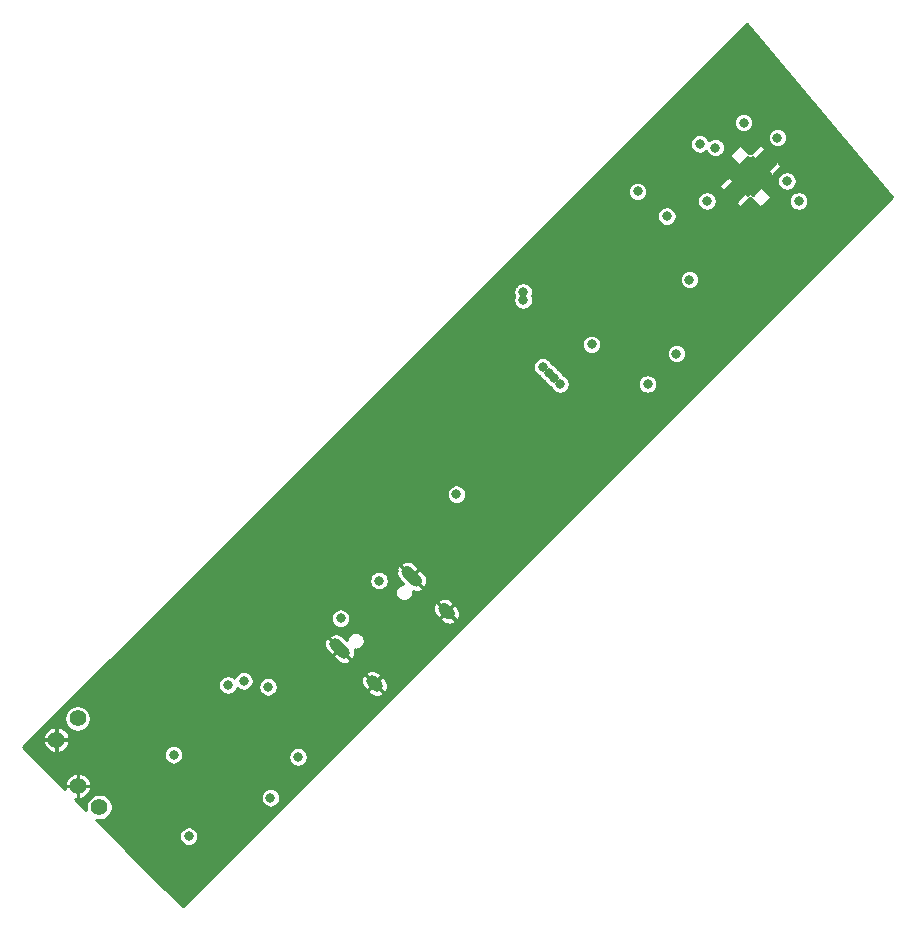
<source format=gbr>
%TF.GenerationSoftware,KiCad,Pcbnew,(5.1.9-16-g1737927814)-1*%
%TF.CreationDate,2021-07-23T22:07:44+02:00*%
%TF.ProjectId,Diffprobe,44696666-7072-46f6-9265-2e6b69636164,rev?*%
%TF.SameCoordinates,Original*%
%TF.FileFunction,Copper,L2,Inr*%
%TF.FilePolarity,Positive*%
%FSLAX46Y46*%
G04 Gerber Fmt 4.6, Leading zero omitted, Abs format (unit mm)*
G04 Created by KiCad (PCBNEW (5.1.9-16-g1737927814)-1) date 2021-07-23 22:07:44*
%MOMM*%
%LPD*%
G01*
G04 APERTURE LIST*
%TA.AperFunction,ComponentPad*%
%ADD10C,2.250000*%
%TD*%
%TA.AperFunction,ComponentPad*%
%ADD11C,1.400000*%
%TD*%
%TA.AperFunction,ViaPad*%
%ADD12C,0.800000*%
%TD*%
%TA.AperFunction,Conductor*%
%ADD13C,0.254000*%
%TD*%
%TA.AperFunction,Conductor*%
%ADD14C,0.100000*%
%TD*%
G04 APERTURE END LIST*
D10*
%TO.N,GND*%
%TO.C,J1*%
X153829983Y-67298307D03*
X150237881Y-70890409D03*
X146645779Y-67298307D03*
X150237881Y-63706205D03*
%TO.N,/OUTPUT*%
X150237881Y-67298307D03*
%TD*%
D11*
%TO.N,GND*%
%TO.C,BT1*%
X107464992Y-90555049D03*
%TO.N,Net-(BT1-Pad1)*%
X109261043Y-88758998D03*
%TD*%
%TO.N,GND*%
%TO.C,P1*%
%TA.AperFunction,ComponentPad*%
G36*
G01*
X140370206Y-80241896D02*
X139945942Y-79817632D01*
G75*
G02*
X139945942Y-79110526I353553J353553D01*
G01*
X139945942Y-79110526D01*
G75*
G02*
X140653048Y-79110526I353553J-353553D01*
G01*
X141077312Y-79534790D01*
G75*
G02*
X141077312Y-80241896I-353553J-353553D01*
G01*
X141077312Y-80241896D01*
G75*
G02*
X140370206Y-80241896I-353553J353553D01*
G01*
G37*
%TD.AperFunction*%
%TA.AperFunction,ComponentPad*%
G36*
G01*
X134260803Y-86351299D02*
X133836539Y-85927035D01*
G75*
G02*
X133836539Y-85219929I353553J353553D01*
G01*
X133836539Y-85219929D01*
G75*
G02*
X134543645Y-85219929I353553J-353553D01*
G01*
X134967909Y-85644193D01*
G75*
G02*
X134967909Y-86351299I-353553J-353553D01*
G01*
X134967909Y-86351299D01*
G75*
G02*
X134260803Y-86351299I-353553J353553D01*
G01*
G37*
%TD.AperFunction*%
%TA.AperFunction,ComponentPad*%
G36*
G01*
X137591277Y-77462967D02*
X136813459Y-76685149D01*
G75*
G02*
X136813459Y-75978043I353553J353553D01*
G01*
X136813459Y-75978043D01*
G75*
G02*
X137520565Y-75978043I353553J-353553D01*
G01*
X138298383Y-76755861D01*
G75*
G02*
X138298383Y-77462967I-353553J-353553D01*
G01*
X138298383Y-77462967D01*
G75*
G02*
X137591277Y-77462967I-353553J353553D01*
G01*
G37*
%TD.AperFunction*%
%TA.AperFunction,ComponentPad*%
G36*
G01*
X131481874Y-83572370D02*
X130704056Y-82794552D01*
G75*
G02*
X130704056Y-82087446I353553J353553D01*
G01*
X130704056Y-82087446D01*
G75*
G02*
X131411162Y-82087446I353553J-353553D01*
G01*
X132188980Y-82865264D01*
G75*
G02*
X132188980Y-83572370I-353553J-353553D01*
G01*
X132188980Y-83572370D01*
G75*
G02*
X131481874Y-83572370I-353553J353553D01*
G01*
G37*
%TD.AperFunction*%
%TD*%
%TO.N,GND*%
%TO.C,TH1*%
X109303470Y-94458279D03*
%TO.N,Net-(R28-Pad2)*%
X111099521Y-96254330D03*
%TD*%
D12*
%TO.N,GND*%
X128352926Y-90314633D03*
X129342876Y-88193313D03*
X130757089Y-87061942D03*
X116897796Y-83950672D03*
X119867645Y-81263666D03*
X119584802Y-79849453D03*
X119443381Y-84233515D03*
X122413229Y-94557274D03*
X120999016Y-95971487D03*
X123968864Y-96395752D03*
X122978915Y-95405802D03*
X116473532Y-100214128D03*
X109579241Y-90844963D03*
X126090185Y-90031791D03*
X121988965Y-82819301D03*
X117322061Y-81263666D03*
X120291909Y-86071993D03*
X123898154Y-78505950D03*
X136025035Y-76278564D03*
X130827800Y-81405088D03*
X129272165Y-71434882D03*
X129696429Y-78364529D03*
X138004934Y-74581507D03*
X161551590Y-42690992D03*
X161834432Y-45802261D03*
X170355069Y-39615077D03*
X171026821Y-43115256D03*
X171380374Y-39084747D03*
X160526285Y-41170712D03*
X157945345Y-49125663D03*
X154480522Y-56903838D03*
X153561283Y-58388762D03*
X159430269Y-42125306D03*
X137722091Y-72672319D03*
X137580670Y-71894502D03*
X137509959Y-65671962D03*
X137121050Y-67209919D03*
X146101307Y-52095512D03*
X144687093Y-53615791D03*
X142954681Y-55189104D03*
%TO.N,+5V*%
X157521081Y-60439372D03*
X162541539Y-44953733D03*
X168516591Y-39579722D03*
X146985190Y-52661197D03*
X141328336Y-69773181D03*
X156672553Y-44140560D03*
X146985190Y-53332949D03*
%TO.N,-5V*%
X163248646Y-40428250D03*
X170319714Y-44953733D03*
X152783466Y-57080615D03*
X159960599Y-57858432D03*
X148646891Y-58989803D03*
X149141866Y-59484778D03*
X149601485Y-59944397D03*
X150096460Y-60439372D03*
X161940498Y-40110052D03*
%TO.N,Net-(C11-Pad1)*%
X125383078Y-86071993D03*
X134787598Y-77091736D03*
X131534907Y-80273717D03*
X118674402Y-98729204D03*
%TO.N,/Battery management/BUS*%
X121988965Y-85930571D03*
X117392771Y-91834913D03*
X125595210Y-95476513D03*
%TO.N,VDC*%
X127928662Y-92011689D03*
X123332468Y-85577018D03*
%TO.N,Net-(C38-Pad2)*%
X169312087Y-43256677D03*
X161056612Y-51600534D03*
%TO.N,Net-(C38-Pad1)*%
X165652809Y-38306929D03*
X159147427Y-46226525D03*
%TD*%
D13*
%TO.N,GND*%
X178212184Y-44624477D02*
X118170589Y-104666072D01*
X117230524Y-103726008D01*
X124952837Y-96003695D01*
X125068028Y-96118885D01*
X125203479Y-96209390D01*
X125353983Y-96271731D01*
X125513758Y-96303512D01*
X125676662Y-96303512D01*
X125836436Y-96271731D01*
X125986941Y-96209390D01*
X126122392Y-96118885D01*
X126237582Y-96003695D01*
X126328087Y-95868244D01*
X126390428Y-95717739D01*
X126422209Y-95557965D01*
X126422209Y-95395060D01*
X126390428Y-95235286D01*
X126328087Y-95084782D01*
X126237582Y-94949331D01*
X126122392Y-94834140D01*
X125986941Y-94743635D01*
X125836436Y-94681295D01*
X125676662Y-94649514D01*
X125513758Y-94649514D01*
X125353983Y-94681295D01*
X125203479Y-94743635D01*
X125068028Y-94834140D01*
X124952837Y-94949331D01*
X124862333Y-95084782D01*
X124799992Y-95235286D01*
X124768211Y-95395060D01*
X124768211Y-95557965D01*
X124799992Y-95717739D01*
X124862333Y-95868244D01*
X124952837Y-96003695D01*
X117230524Y-103726008D01*
X116664839Y-103160322D01*
X127286290Y-92538872D01*
X127401480Y-92654062D01*
X127536931Y-92744567D01*
X127687436Y-92806907D01*
X127847210Y-92838688D01*
X128010115Y-92838688D01*
X128169889Y-92806907D01*
X128320393Y-92744567D01*
X128455844Y-92654062D01*
X128571035Y-92538872D01*
X128661540Y-92403420D01*
X128723880Y-92252916D01*
X128755661Y-92093142D01*
X128755661Y-91930237D01*
X128723880Y-91770463D01*
X128661540Y-91619959D01*
X128637053Y-91583313D01*
X133763000Y-86457366D01*
X133975132Y-86669498D01*
X134118467Y-86781297D01*
X134280858Y-86862985D01*
X134456066Y-86911422D01*
X134637357Y-86924747D01*
X134817764Y-86902448D01*
X134990355Y-86845381D01*
X135140459Y-86760994D01*
X135177869Y-86593786D01*
X134402225Y-85818141D01*
X134434752Y-85785614D01*
X135210396Y-86561259D01*
X135377604Y-86523849D01*
X135461992Y-86373744D01*
X135519058Y-86201153D01*
X135541358Y-86020746D01*
X135528033Y-85839456D01*
X135479595Y-85664248D01*
X135397908Y-85501857D01*
X135286108Y-85358522D01*
X135073976Y-85146390D01*
X139872403Y-80347963D01*
X140084535Y-80560095D01*
X140227870Y-80671894D01*
X140390261Y-80753582D01*
X140565469Y-80802020D01*
X140746759Y-80815344D01*
X140927166Y-80793045D01*
X141099757Y-80735979D01*
X141249862Y-80651591D01*
X141287272Y-80484383D01*
X140511627Y-79708739D01*
X140544154Y-79676212D01*
X141319799Y-80451856D01*
X141487007Y-80414446D01*
X141571394Y-80264341D01*
X141628461Y-80091751D01*
X141650760Y-79911344D01*
X141637435Y-79730053D01*
X141588998Y-79554845D01*
X141507310Y-79392454D01*
X141395511Y-79249119D01*
X141183379Y-79036987D01*
X140544154Y-79676212D01*
X140511627Y-79708739D01*
X139872403Y-80347963D01*
X135073976Y-85146390D01*
X134434752Y-85785614D01*
X134402225Y-85818141D01*
X133763000Y-86457366D01*
X128637053Y-91583313D01*
X128571035Y-91484507D01*
X128455844Y-91369317D01*
X128399428Y-91331620D01*
X133518341Y-86212707D01*
X133730473Y-86424839D01*
X134369698Y-85785614D01*
X133594053Y-85009970D01*
X133626580Y-84977443D01*
X134402225Y-85753087D01*
X135041449Y-85113863D01*
X134829317Y-84901731D01*
X139627744Y-80103304D01*
X139839876Y-80315436D01*
X140479100Y-79676212D01*
X139703456Y-78900567D01*
X139735983Y-78868040D01*
X140511627Y-79643685D01*
X141150852Y-79004460D01*
X140938720Y-78792328D01*
X140795385Y-78680529D01*
X140632994Y-78598841D01*
X140457786Y-78550404D01*
X140276495Y-78537079D01*
X140096088Y-78559378D01*
X139923498Y-78616445D01*
X139773393Y-78700832D01*
X139735983Y-78868040D01*
X139703456Y-78900567D01*
X139536248Y-78937977D01*
X139451860Y-79088082D01*
X139394794Y-79260673D01*
X139372495Y-79441080D01*
X139385819Y-79622370D01*
X139434257Y-79797578D01*
X139515945Y-79959969D01*
X139627744Y-80103304D01*
X134829317Y-84901731D01*
X134685983Y-84789932D01*
X134523591Y-84708244D01*
X134348384Y-84659806D01*
X134167093Y-84646482D01*
X133986686Y-84668781D01*
X133814095Y-84725847D01*
X133663990Y-84810235D01*
X133626580Y-84977443D01*
X133594053Y-85009970D01*
X133426845Y-85047380D01*
X133342458Y-85197485D01*
X133285391Y-85370075D01*
X133263092Y-85550482D01*
X133276417Y-85731773D01*
X133324854Y-85906981D01*
X133406542Y-86069372D01*
X133518341Y-86212707D01*
X128399428Y-91331620D01*
X128320393Y-91278812D01*
X128169889Y-91216472D01*
X128010115Y-91184691D01*
X127847210Y-91184691D01*
X127687436Y-91216472D01*
X127536931Y-91278812D01*
X127401480Y-91369317D01*
X127286290Y-91484507D01*
X127195785Y-91619959D01*
X127133444Y-91770463D01*
X127101663Y-91930237D01*
X127101663Y-92093142D01*
X127133444Y-92252916D01*
X127195785Y-92403420D01*
X127286290Y-92538872D01*
X116664839Y-103160322D01*
X115396466Y-101891950D01*
X118032030Y-99256386D01*
X118147220Y-99371576D01*
X118282671Y-99462081D01*
X118433176Y-99524422D01*
X118592950Y-99556203D01*
X118755855Y-99556203D01*
X118915629Y-99524422D01*
X119066133Y-99462081D01*
X119201584Y-99371576D01*
X119316775Y-99256386D01*
X119407280Y-99120935D01*
X119469620Y-98970431D01*
X119501401Y-98810656D01*
X119501401Y-98647752D01*
X119469620Y-98487977D01*
X119436718Y-98408544D01*
X156878708Y-60966554D01*
X156993899Y-61081744D01*
X157129350Y-61172249D01*
X157279854Y-61234590D01*
X157439629Y-61266371D01*
X157602533Y-61266371D01*
X157762308Y-61234590D01*
X157912812Y-61172249D01*
X158048263Y-61081744D01*
X158163454Y-60966554D01*
X158253958Y-60831103D01*
X158316299Y-60680598D01*
X158348080Y-60520824D01*
X158348080Y-60357919D01*
X158316299Y-60198145D01*
X158253958Y-60047641D01*
X158163454Y-59912190D01*
X158048263Y-59796999D01*
X157963487Y-59740354D01*
X159318227Y-58385614D01*
X159433417Y-58500805D01*
X159568869Y-58591309D01*
X159719373Y-58653650D01*
X159879147Y-58685431D01*
X160042052Y-58685431D01*
X160201826Y-58653650D01*
X160352330Y-58591309D01*
X160487781Y-58500805D01*
X160602972Y-58385614D01*
X160693477Y-58250163D01*
X160755817Y-58099659D01*
X160787598Y-57939884D01*
X160787598Y-57776980D01*
X160755817Y-57617205D01*
X160693477Y-57466701D01*
X160602972Y-57331250D01*
X160487781Y-57216059D01*
X160352330Y-57125555D01*
X160201826Y-57063214D01*
X160042052Y-57031433D01*
X159879147Y-57031433D01*
X159719373Y-57063214D01*
X159568869Y-57125555D01*
X159433417Y-57216059D01*
X159318227Y-57331250D01*
X159227722Y-57466701D01*
X159165381Y-57617205D01*
X159133601Y-57776980D01*
X159133601Y-57939884D01*
X159165381Y-58099659D01*
X159227722Y-58250163D01*
X159318227Y-58385614D01*
X157963487Y-59740354D01*
X157912812Y-59706494D01*
X157762308Y-59644154D01*
X157602533Y-59612373D01*
X157439629Y-59612373D01*
X157279854Y-59644154D01*
X157129350Y-59706494D01*
X156993899Y-59796999D01*
X156878708Y-59912190D01*
X156788204Y-60047641D01*
X156725863Y-60198145D01*
X156694082Y-60357919D01*
X156694082Y-60520824D01*
X156725863Y-60680598D01*
X156788204Y-60831103D01*
X156878708Y-60966554D01*
X119436718Y-98408544D01*
X119407280Y-98337473D01*
X119316775Y-98202022D01*
X119201584Y-98086831D01*
X119066133Y-97996327D01*
X118915629Y-97933986D01*
X118755855Y-97902205D01*
X118592950Y-97902205D01*
X118433176Y-97933986D01*
X118282671Y-97996327D01*
X118147220Y-98086831D01*
X118032030Y-98202022D01*
X117941525Y-98337473D01*
X117879184Y-98487977D01*
X117847403Y-98647752D01*
X117847403Y-98810656D01*
X117879184Y-98970431D01*
X117941525Y-99120935D01*
X118032030Y-99256386D01*
X115396466Y-101891950D01*
X113906735Y-100402219D01*
X130807294Y-83501659D01*
X131196203Y-83890568D01*
X131339537Y-84002367D01*
X131501929Y-84084055D01*
X131677136Y-84132493D01*
X131858427Y-84145817D01*
X132038834Y-84123518D01*
X132211425Y-84066452D01*
X132361529Y-83982064D01*
X132398940Y-83814856D01*
X131446518Y-82862435D01*
X130807294Y-83501659D01*
X113906735Y-100402219D01*
X113485299Y-99980783D01*
X130385858Y-83080224D01*
X130774767Y-83469132D01*
X131413992Y-82829908D01*
X130461570Y-81877487D01*
X130494097Y-81844960D01*
X131446518Y-82797381D01*
X131460661Y-82783239D01*
X131493188Y-82815766D01*
X131479045Y-82829908D01*
X132431467Y-83782329D01*
X132598675Y-83744919D01*
X132683062Y-83594814D01*
X132740129Y-83422224D01*
X132762428Y-83241817D01*
X132749103Y-83060526D01*
X132709945Y-82918884D01*
X132737169Y-82924299D01*
X132885300Y-82924299D01*
X133030585Y-82895400D01*
X133167440Y-82838712D01*
X133290606Y-82756416D01*
X133395351Y-82651670D01*
X133477648Y-82528504D01*
X133534336Y-82391649D01*
X133563235Y-82246365D01*
X133563235Y-82098233D01*
X133534336Y-81952948D01*
X133477648Y-81816093D01*
X133395351Y-81692927D01*
X133290606Y-81588182D01*
X136314195Y-78564593D01*
X136418940Y-78669338D01*
X136542106Y-78751635D01*
X136678962Y-78808323D01*
X136824246Y-78837222D01*
X136972378Y-78837222D01*
X137117662Y-78808323D01*
X137254517Y-78751635D01*
X137377683Y-78669338D01*
X137482429Y-78564593D01*
X137564725Y-78441427D01*
X137621413Y-78304572D01*
X137650312Y-78159287D01*
X137650312Y-78011156D01*
X137644897Y-77983932D01*
X137786539Y-78023090D01*
X137967830Y-78036415D01*
X138148237Y-78014115D01*
X138320827Y-77957049D01*
X138470932Y-77872662D01*
X138508342Y-77705453D01*
X137555921Y-76753032D01*
X137588448Y-76720505D01*
X138540869Y-77672927D01*
X138708077Y-77635516D01*
X138792465Y-77485412D01*
X138849531Y-77312821D01*
X138871831Y-77132414D01*
X138858506Y-76951123D01*
X138810068Y-76775916D01*
X138728380Y-76613524D01*
X138647906Y-76510350D01*
X169677341Y-45480915D01*
X169792532Y-45596106D01*
X169927983Y-45686610D01*
X170078487Y-45748951D01*
X170238261Y-45780732D01*
X170401166Y-45780732D01*
X170560940Y-45748951D01*
X170711445Y-45686610D01*
X170846896Y-45596106D01*
X170962086Y-45480915D01*
X171052591Y-45345464D01*
X171114932Y-45194960D01*
X171146713Y-45035186D01*
X171146713Y-44872281D01*
X171114932Y-44712507D01*
X171052591Y-44562002D01*
X170962086Y-44426551D01*
X170846896Y-44311361D01*
X170711445Y-44220856D01*
X170560940Y-44158515D01*
X170401166Y-44126734D01*
X170238261Y-44126734D01*
X170078487Y-44158515D01*
X169927983Y-44220856D01*
X169792532Y-44311361D01*
X169677341Y-44426551D01*
X169586836Y-44562002D01*
X169524496Y-44712507D01*
X169492715Y-44872281D01*
X169492715Y-45035186D01*
X169524496Y-45194960D01*
X169586836Y-45345464D01*
X169677341Y-45480915D01*
X138647906Y-76510350D01*
X138616581Y-76470190D01*
X138227672Y-76081281D01*
X137588448Y-76720505D01*
X137555921Y-76753032D01*
X137541779Y-76767174D01*
X137509252Y-76734647D01*
X137523394Y-76720505D01*
X136570973Y-75768084D01*
X136603500Y-75735557D01*
X137555921Y-76687978D01*
X138195146Y-76048754D01*
X137806237Y-75659845D01*
X137662902Y-75548046D01*
X137500511Y-75466358D01*
X137325303Y-75417921D01*
X137144012Y-75404596D01*
X137136422Y-75405534D01*
X160414240Y-52127716D01*
X160529430Y-52242907D01*
X160664881Y-52333411D01*
X160815385Y-52395752D01*
X160975160Y-52427533D01*
X161138064Y-52427533D01*
X161297839Y-52395752D01*
X161448343Y-52333411D01*
X161583794Y-52242907D01*
X161698985Y-52127716D01*
X161789489Y-51992265D01*
X161851830Y-51841761D01*
X161883611Y-51681986D01*
X161883611Y-51519082D01*
X161851830Y-51359307D01*
X161789489Y-51208803D01*
X161698985Y-51073352D01*
X161583794Y-50958162D01*
X161448343Y-50867657D01*
X161297839Y-50805316D01*
X161138064Y-50773535D01*
X160975160Y-50773535D01*
X160815385Y-50805316D01*
X160664881Y-50867657D01*
X160529430Y-50958162D01*
X160414240Y-51073352D01*
X160323735Y-51208803D01*
X160261394Y-51359307D01*
X160229613Y-51519082D01*
X160229613Y-51681986D01*
X160261394Y-51841761D01*
X160323735Y-51992265D01*
X160414240Y-52127716D01*
X137136422Y-75405534D01*
X136963605Y-75426895D01*
X136791015Y-75483962D01*
X136640910Y-75568349D01*
X136603500Y-75735557D01*
X136570973Y-75768084D01*
X136403765Y-75805494D01*
X136319377Y-75955599D01*
X136262311Y-76128190D01*
X136240012Y-76308597D01*
X136253336Y-76489887D01*
X136301774Y-76665095D01*
X136383462Y-76827486D01*
X136495261Y-76970821D01*
X136857661Y-77333221D01*
X136824246Y-77333221D01*
X136678962Y-77362120D01*
X136542106Y-77418808D01*
X136418940Y-77501105D01*
X136314195Y-77605850D01*
X136231898Y-77729016D01*
X136175210Y-77865871D01*
X136146311Y-78011156D01*
X136146311Y-78159287D01*
X136175210Y-78304572D01*
X136231898Y-78441427D01*
X136314195Y-78564593D01*
X133290606Y-81588182D01*
X133167440Y-81505885D01*
X133030585Y-81449197D01*
X132885300Y-81420298D01*
X132737169Y-81420298D01*
X132591884Y-81449197D01*
X132455029Y-81505885D01*
X132331863Y-81588182D01*
X132227118Y-81692927D01*
X132144821Y-81816093D01*
X132088133Y-81952948D01*
X132059234Y-82098233D01*
X132059234Y-82131648D01*
X131696834Y-81769248D01*
X131553499Y-81657449D01*
X131391108Y-81575761D01*
X131215901Y-81527323D01*
X131034610Y-81513998D01*
X130854203Y-81536298D01*
X130681612Y-81593364D01*
X130531507Y-81677752D01*
X130494097Y-81844960D01*
X130461570Y-81877487D01*
X130294362Y-81914897D01*
X130209975Y-82065002D01*
X130152908Y-82237592D01*
X130130609Y-82417999D01*
X130143934Y-82599290D01*
X130192371Y-82774498D01*
X130274059Y-82936889D01*
X130385858Y-83080224D01*
X113485299Y-99980783D01*
X112422198Y-98917682D01*
X124740705Y-86599175D01*
X124855896Y-86714365D01*
X124991347Y-86804870D01*
X125141851Y-86867210D01*
X125301625Y-86898991D01*
X125464530Y-86898991D01*
X125624304Y-86867210D01*
X125774809Y-86804870D01*
X125910260Y-86714365D01*
X126025450Y-86599175D01*
X126115955Y-86463723D01*
X126178296Y-86313219D01*
X126210077Y-86153445D01*
X126210077Y-85990540D01*
X126178296Y-85830766D01*
X126115955Y-85680262D01*
X126074786Y-85618647D01*
X130892534Y-80800899D01*
X131007725Y-80916089D01*
X131143176Y-81006594D01*
X131293680Y-81068935D01*
X131453454Y-81100716D01*
X131616359Y-81100716D01*
X131776133Y-81068935D01*
X131926638Y-81006594D01*
X132062089Y-80916089D01*
X132177279Y-80800899D01*
X132267784Y-80665448D01*
X132330125Y-80514944D01*
X132361906Y-80355169D01*
X132361906Y-80192265D01*
X132330125Y-80032490D01*
X132267784Y-79881986D01*
X132177279Y-79746535D01*
X132097444Y-79666700D01*
X134145225Y-77618918D01*
X134260416Y-77734109D01*
X134395867Y-77824614D01*
X134546371Y-77886954D01*
X134706146Y-77918735D01*
X134869050Y-77918735D01*
X135028825Y-77886954D01*
X135179329Y-77824614D01*
X135314780Y-77734109D01*
X135429971Y-77618918D01*
X135520475Y-77483467D01*
X135582816Y-77332963D01*
X135614597Y-77173189D01*
X135614597Y-77010284D01*
X135582816Y-76850510D01*
X135520475Y-76700006D01*
X135429971Y-76564554D01*
X135314780Y-76449364D01*
X135179329Y-76358859D01*
X135028825Y-76296518D01*
X134869050Y-76264738D01*
X134721589Y-76264738D01*
X140685963Y-70300363D01*
X140801154Y-70415554D01*
X140936605Y-70506059D01*
X141087109Y-70568399D01*
X141246883Y-70600180D01*
X141409788Y-70600180D01*
X141569562Y-70568399D01*
X141720067Y-70506059D01*
X141855518Y-70415554D01*
X141970708Y-70300363D01*
X142061213Y-70164912D01*
X142123554Y-70014408D01*
X142155335Y-69854634D01*
X142155335Y-69691729D01*
X142123554Y-69531955D01*
X142061213Y-69381450D01*
X141970708Y-69245999D01*
X141855518Y-69130809D01*
X141720067Y-69040304D01*
X141569562Y-68977963D01*
X141409788Y-68946182D01*
X141246883Y-68946182D01*
X141087109Y-68977963D01*
X140936605Y-69040304D01*
X140801154Y-69130809D01*
X140685963Y-69245999D01*
X140595458Y-69381450D01*
X140533118Y-69531955D01*
X140501337Y-69691729D01*
X140501337Y-69854634D01*
X140533118Y-70014408D01*
X140595458Y-70164912D01*
X140685963Y-70300363D01*
X134721589Y-76264738D01*
X134706146Y-76264738D01*
X134546371Y-76296518D01*
X134395867Y-76358859D01*
X134260416Y-76449364D01*
X134145225Y-76564554D01*
X134054721Y-76700006D01*
X133992380Y-76850510D01*
X133960599Y-77010284D01*
X133960599Y-77173189D01*
X133992380Y-77332963D01*
X134054721Y-77483467D01*
X134145225Y-77618918D01*
X132097444Y-79666700D01*
X132062089Y-79631344D01*
X131926638Y-79540840D01*
X131776133Y-79478499D01*
X131616359Y-79446718D01*
X131453454Y-79446718D01*
X131293680Y-79478499D01*
X131143176Y-79540840D01*
X131007725Y-79631344D01*
X130892534Y-79746535D01*
X130802030Y-79881986D01*
X130739689Y-80032490D01*
X130707908Y-80192265D01*
X130707908Y-80355169D01*
X130739689Y-80514944D01*
X130802030Y-80665448D01*
X130892534Y-80800899D01*
X126074786Y-85618647D01*
X126025450Y-85544810D01*
X125910260Y-85429620D01*
X125774809Y-85339115D01*
X125624304Y-85276775D01*
X125464530Y-85244994D01*
X125301625Y-85244994D01*
X125141851Y-85276775D01*
X124991347Y-85339115D01*
X124855896Y-85429620D01*
X124740705Y-85544810D01*
X124650201Y-85680262D01*
X124587860Y-85830766D01*
X124556079Y-85990540D01*
X124556079Y-86153445D01*
X124587860Y-86313219D01*
X124650201Y-86463723D01*
X124740705Y-86599175D01*
X112422198Y-98917682D01*
X111308505Y-97803989D01*
X116750399Y-92362095D01*
X116865589Y-92477285D01*
X117001040Y-92567790D01*
X117151545Y-92630131D01*
X117311319Y-92661912D01*
X117474224Y-92661912D01*
X117633998Y-92630131D01*
X117784502Y-92567790D01*
X117919953Y-92477285D01*
X118035144Y-92362095D01*
X118125648Y-92226644D01*
X118187989Y-92076139D01*
X118219770Y-91916365D01*
X118219770Y-91753460D01*
X118187989Y-91593686D01*
X118125648Y-91443182D01*
X118035144Y-91307731D01*
X117919953Y-91192540D01*
X117784502Y-91102036D01*
X117633998Y-91039695D01*
X117474224Y-91007914D01*
X117311319Y-91007914D01*
X117151545Y-91039695D01*
X117001040Y-91102036D01*
X116865589Y-91192540D01*
X116750399Y-91307731D01*
X116659894Y-91443182D01*
X116597553Y-91593686D01*
X116565772Y-91753460D01*
X116565772Y-91916365D01*
X116597553Y-92076139D01*
X116659894Y-92226644D01*
X116750399Y-92362095D01*
X111308505Y-97803989D01*
X110860352Y-97355836D01*
X110988521Y-97381330D01*
X111210520Y-97381330D01*
X111428254Y-97338020D01*
X111633355Y-97253065D01*
X111817941Y-97129728D01*
X111974919Y-96972751D01*
X112098255Y-96788165D01*
X112183211Y-96583063D01*
X112226521Y-96365330D01*
X112226521Y-96143331D01*
X112183211Y-95925597D01*
X112098255Y-95720496D01*
X112092485Y-95711860D01*
X121346593Y-86457753D01*
X121461783Y-86572944D01*
X121597234Y-86663448D01*
X121747739Y-86725789D01*
X121907513Y-86757570D01*
X122070418Y-86757570D01*
X122230192Y-86725789D01*
X122380696Y-86663448D01*
X122516147Y-86572944D01*
X122631338Y-86457753D01*
X122721843Y-86322302D01*
X122776425Y-86190529D01*
X122805286Y-86219390D01*
X122940737Y-86309895D01*
X123091241Y-86372236D01*
X123251016Y-86404017D01*
X123413920Y-86404017D01*
X123573695Y-86372236D01*
X123724199Y-86309895D01*
X123859650Y-86219390D01*
X123974841Y-86104200D01*
X124065345Y-85968749D01*
X124127686Y-85818244D01*
X124159467Y-85658470D01*
X124159467Y-85495565D01*
X124127686Y-85335791D01*
X124065345Y-85185287D01*
X123974841Y-85049836D01*
X123859650Y-84934645D01*
X123724199Y-84844140D01*
X123573695Y-84781800D01*
X123413920Y-84750019D01*
X123251016Y-84750019D01*
X123091241Y-84781800D01*
X122940737Y-84844140D01*
X122805286Y-84934645D01*
X122690096Y-85049836D01*
X122599591Y-85185287D01*
X122545009Y-85317060D01*
X122516147Y-85288199D01*
X122380696Y-85197694D01*
X122340472Y-85181032D01*
X148004518Y-59516985D01*
X148119709Y-59632175D01*
X148255160Y-59722680D01*
X148363933Y-59767736D01*
X148408988Y-59876508D01*
X148499493Y-60011960D01*
X148614684Y-60127150D01*
X148750135Y-60217655D01*
X148833908Y-60252355D01*
X148868608Y-60336128D01*
X148959112Y-60471579D01*
X149074303Y-60586770D01*
X149209754Y-60677274D01*
X149318527Y-60722330D01*
X149363583Y-60831103D01*
X149454087Y-60966554D01*
X149569278Y-61081744D01*
X149704729Y-61172249D01*
X149855233Y-61234590D01*
X150015007Y-61266371D01*
X150177912Y-61266371D01*
X150337686Y-61234590D01*
X150488191Y-61172249D01*
X150623642Y-61081744D01*
X150738832Y-60966554D01*
X150829337Y-60831103D01*
X150891678Y-60680598D01*
X150923459Y-60520824D01*
X150923459Y-60357919D01*
X150891678Y-60198145D01*
X150829337Y-60047641D01*
X150738832Y-59912190D01*
X150623642Y-59796999D01*
X150488191Y-59706494D01*
X150379418Y-59661439D01*
X150334362Y-59552666D01*
X150279032Y-59469858D01*
X152141093Y-57607797D01*
X152256284Y-57722987D01*
X152391735Y-57813492D01*
X152542239Y-57875832D01*
X152702013Y-57907613D01*
X152864918Y-57907613D01*
X153024692Y-57875832D01*
X153175196Y-57813492D01*
X153310648Y-57722987D01*
X153425838Y-57607797D01*
X153516343Y-57472345D01*
X153578684Y-57321841D01*
X153610464Y-57162067D01*
X153610464Y-56999162D01*
X153578684Y-56839388D01*
X153516343Y-56688884D01*
X153507150Y-56675128D01*
X164997321Y-45184957D01*
X165280164Y-45467800D01*
X165299408Y-45483594D01*
X165321365Y-45495330D01*
X165345189Y-45502557D01*
X165369966Y-45504998D01*
X165394743Y-45502557D01*
X165418567Y-45495330D01*
X165440524Y-45483594D01*
X165459769Y-45467800D01*
X166218494Y-44709074D01*
X166977220Y-45467800D01*
X166996465Y-45483594D01*
X167018422Y-45495330D01*
X167042246Y-45502557D01*
X167067023Y-45504998D01*
X167091800Y-45502557D01*
X167115623Y-45495330D01*
X167137581Y-45483594D01*
X167156825Y-45467800D01*
X167934643Y-44689982D01*
X167950437Y-44670738D01*
X167962173Y-44648781D01*
X167969400Y-44624957D01*
X167971841Y-44600180D01*
X167969400Y-44575403D01*
X167962173Y-44551579D01*
X167950437Y-44529622D01*
X167938498Y-44515075D01*
X168669714Y-43783859D01*
X168784905Y-43899049D01*
X168920356Y-43989554D01*
X169070860Y-44051895D01*
X169230634Y-44083676D01*
X169393539Y-44083676D01*
X169553313Y-44051895D01*
X169703817Y-43989554D01*
X169839269Y-43899049D01*
X169954459Y-43783859D01*
X170044964Y-43648408D01*
X170107305Y-43497904D01*
X170139085Y-43338129D01*
X170139085Y-43175225D01*
X170107305Y-43015450D01*
X170044964Y-42864946D01*
X169954459Y-42729495D01*
X169839269Y-42614304D01*
X169703817Y-42523800D01*
X169553313Y-42461459D01*
X169393539Y-42429678D01*
X169230634Y-42429678D01*
X169070860Y-42461459D01*
X168920356Y-42523800D01*
X168784905Y-42614304D01*
X168669714Y-42729495D01*
X168579209Y-42864946D01*
X168516869Y-43015450D01*
X168485088Y-43175225D01*
X168485088Y-43338129D01*
X168516869Y-43497904D01*
X168579209Y-43648408D01*
X168669714Y-43783859D01*
X167938498Y-44515075D01*
X167934643Y-44510377D01*
X167227536Y-43803270D01*
X167208291Y-43787477D01*
X167186334Y-43775740D01*
X167162510Y-43768513D01*
X167137733Y-43766072D01*
X167112956Y-43768513D01*
X167089132Y-43775740D01*
X167067175Y-43787477D01*
X167047931Y-43803270D01*
X166430626Y-44420575D01*
X166308297Y-44298245D01*
X166289052Y-44282451D01*
X166267095Y-44270715D01*
X166243271Y-44263488D01*
X166218494Y-44261047D01*
X166193717Y-44263488D01*
X166169894Y-44270715D01*
X166147936Y-44282451D01*
X166128692Y-44298245D01*
X166006362Y-44420575D01*
X165884033Y-44298245D01*
X167684327Y-42497951D01*
X167967169Y-42780794D01*
X167986414Y-42796588D01*
X168008371Y-42808325D01*
X168032195Y-42815551D01*
X168056972Y-42817992D01*
X168081749Y-42815551D01*
X168105573Y-42808325D01*
X168127530Y-42796588D01*
X168146775Y-42780794D01*
X168853881Y-42073687D01*
X168869675Y-42054443D01*
X168881412Y-42032486D01*
X168888639Y-42008662D01*
X168891079Y-41983885D01*
X168888639Y-41959108D01*
X168881412Y-41935284D01*
X168869675Y-41913327D01*
X168853881Y-41894082D01*
X168571039Y-41611239D01*
X168551794Y-41595446D01*
X168529837Y-41583709D01*
X168506013Y-41576482D01*
X168481236Y-41574041D01*
X168456459Y-41576482D01*
X168432635Y-41583709D01*
X168410678Y-41595446D01*
X168391434Y-41611239D01*
X167684327Y-42318346D01*
X167668533Y-42337591D01*
X167656796Y-42359548D01*
X167649570Y-42383372D01*
X167647129Y-42408149D01*
X167649570Y-42432926D01*
X167656796Y-42456750D01*
X167668533Y-42478707D01*
X167684327Y-42497951D01*
X165884033Y-44298245D01*
X165864788Y-44282451D01*
X165842831Y-44270715D01*
X165819007Y-44263488D01*
X165794230Y-44261047D01*
X165769453Y-44263488D01*
X165745629Y-44270715D01*
X165723672Y-44282451D01*
X165704428Y-44298245D01*
X164997321Y-45005352D01*
X164981527Y-45024597D01*
X164969791Y-45046554D01*
X164962564Y-45070378D01*
X164960123Y-45095155D01*
X164962564Y-45119932D01*
X164969791Y-45143755D01*
X164981527Y-45165713D01*
X164997321Y-45184957D01*
X153507150Y-56675128D01*
X153425838Y-56553432D01*
X153310648Y-56438242D01*
X153175196Y-56347737D01*
X153024692Y-56285397D01*
X152864918Y-56253616D01*
X152702013Y-56253616D01*
X152542239Y-56285397D01*
X152391735Y-56347737D01*
X152256284Y-56438242D01*
X152141093Y-56553432D01*
X152050588Y-56688884D01*
X151988248Y-56839388D01*
X151956467Y-56999162D01*
X151956467Y-57162067D01*
X151988248Y-57321841D01*
X152050588Y-57472345D01*
X152141093Y-57607797D01*
X150279032Y-59469858D01*
X150243858Y-59417215D01*
X150128667Y-59302024D01*
X149993216Y-59211520D01*
X149909443Y-59176820D01*
X149874743Y-59093047D01*
X149784238Y-58957596D01*
X149669048Y-58842405D01*
X149533596Y-58751900D01*
X149424824Y-58706845D01*
X149379768Y-58598072D01*
X149289263Y-58462621D01*
X149174073Y-58347430D01*
X149089297Y-58290785D01*
X161899167Y-45480915D01*
X162014357Y-45596106D01*
X162149808Y-45686610D01*
X162300313Y-45748951D01*
X162460087Y-45780732D01*
X162622992Y-45780732D01*
X162782766Y-45748951D01*
X162933270Y-45686610D01*
X163068721Y-45596106D01*
X163183912Y-45480915D01*
X163274416Y-45345464D01*
X163336757Y-45194960D01*
X163368538Y-45035186D01*
X163368538Y-44872281D01*
X163336757Y-44712507D01*
X163274416Y-44562002D01*
X163183912Y-44426551D01*
X163068721Y-44311361D01*
X163052997Y-44300854D01*
X163583107Y-43770744D01*
X163865950Y-44053586D01*
X163885195Y-44069380D01*
X163907152Y-44081117D01*
X163930976Y-44088343D01*
X163955753Y-44090784D01*
X163980530Y-44088343D01*
X164004354Y-44081117D01*
X164026311Y-44069380D01*
X164045555Y-44053586D01*
X164752662Y-43346479D01*
X164768456Y-43327235D01*
X164780193Y-43305278D01*
X164787419Y-43281454D01*
X164789860Y-43256677D01*
X164787419Y-43231900D01*
X164780193Y-43208076D01*
X164768456Y-43186119D01*
X164752662Y-43166874D01*
X164469819Y-42884032D01*
X164450575Y-42868238D01*
X164428618Y-42856501D01*
X164404794Y-42849275D01*
X164380017Y-42846834D01*
X164355240Y-42849275D01*
X164331416Y-42856501D01*
X164309459Y-42868238D01*
X164290214Y-42884032D01*
X163583107Y-43591138D01*
X163567314Y-43610383D01*
X163555577Y-43632340D01*
X163548350Y-43656164D01*
X163545909Y-43680941D01*
X163548350Y-43705718D01*
X163555577Y-43729542D01*
X163567314Y-43751499D01*
X163583107Y-43770744D01*
X163052997Y-44300854D01*
X162933270Y-44220856D01*
X162782766Y-44158515D01*
X162622992Y-44126734D01*
X162460087Y-44126734D01*
X162300313Y-44158515D01*
X162149808Y-44220856D01*
X162014357Y-44311361D01*
X161899167Y-44426551D01*
X161808662Y-44562002D01*
X161746321Y-44712507D01*
X161714540Y-44872281D01*
X161714540Y-45035186D01*
X161746321Y-45194960D01*
X161808662Y-45345464D01*
X161899167Y-45480915D01*
X149089297Y-58290785D01*
X149038622Y-58256926D01*
X148888118Y-58194585D01*
X148728343Y-58162804D01*
X148565439Y-58162804D01*
X148405664Y-58194585D01*
X148255160Y-58256926D01*
X148119709Y-58347430D01*
X148004518Y-58462621D01*
X147914014Y-58598072D01*
X147851673Y-58748576D01*
X147819892Y-58908350D01*
X147819892Y-59071255D01*
X147851673Y-59231029D01*
X147914014Y-59381534D01*
X148004518Y-59516985D01*
X122340472Y-85181032D01*
X122230192Y-85135353D01*
X122070418Y-85103572D01*
X121907513Y-85103572D01*
X121747739Y-85135353D01*
X121597234Y-85197694D01*
X121461783Y-85288199D01*
X121346593Y-85403389D01*
X121256088Y-85538840D01*
X121193747Y-85689345D01*
X121161966Y-85849119D01*
X121161966Y-86012024D01*
X121193747Y-86171798D01*
X121256088Y-86322302D01*
X121346593Y-86457753D01*
X112092485Y-95711860D01*
X111974919Y-95535910D01*
X111817941Y-95378932D01*
X111633355Y-95255596D01*
X111428254Y-95170640D01*
X111210520Y-95127330D01*
X110988521Y-95127330D01*
X110770788Y-95170640D01*
X110565686Y-95255596D01*
X110381100Y-95378932D01*
X110224123Y-95535910D01*
X110100786Y-95720496D01*
X110015831Y-95925597D01*
X109972521Y-96143331D01*
X109972521Y-96365330D01*
X109998015Y-96493499D01*
X109157355Y-95652839D01*
X109326470Y-95483725D01*
X109503304Y-95572961D01*
X109716929Y-95512557D01*
X109914664Y-95411636D01*
X110088910Y-95274080D01*
X110232973Y-95105173D01*
X110333657Y-94925104D01*
X158505054Y-46753707D01*
X158620245Y-46868898D01*
X158755696Y-46959403D01*
X158906200Y-47021743D01*
X159065974Y-47053524D01*
X159228879Y-47053524D01*
X159388653Y-47021743D01*
X159539157Y-46959403D01*
X159674609Y-46868898D01*
X159789799Y-46753707D01*
X159880304Y-46618256D01*
X159942645Y-46467752D01*
X159974425Y-46307978D01*
X159974425Y-46145073D01*
X159942645Y-45985299D01*
X159880304Y-45834795D01*
X159856950Y-45799844D01*
X164502346Y-41154448D01*
X165209453Y-41861555D01*
X165228698Y-41877349D01*
X165250655Y-41889086D01*
X165274479Y-41896312D01*
X165299256Y-41898753D01*
X165324033Y-41896312D01*
X165347856Y-41889086D01*
X165369814Y-41877349D01*
X165389058Y-41861555D01*
X166006362Y-41244251D01*
X166057981Y-41295870D01*
X166077226Y-41311664D01*
X166099183Y-41323400D01*
X166123007Y-41330627D01*
X166147784Y-41333068D01*
X166172561Y-41330627D01*
X166196385Y-41323400D01*
X166218342Y-41311664D01*
X166218494Y-41311538D01*
X166218647Y-41311664D01*
X166240604Y-41323400D01*
X166264428Y-41330627D01*
X166289205Y-41333068D01*
X166313982Y-41330627D01*
X166337806Y-41323400D01*
X166359763Y-41311664D01*
X166379008Y-41295870D01*
X166430626Y-41244251D01*
X166552956Y-41366581D01*
X166572201Y-41382374D01*
X166594158Y-41394111D01*
X166617981Y-41401338D01*
X166642758Y-41403779D01*
X166667536Y-41401338D01*
X166691359Y-41394111D01*
X166713316Y-41382374D01*
X166732561Y-41366581D01*
X167439668Y-40659474D01*
X167455462Y-40640229D01*
X167467198Y-40618272D01*
X167474425Y-40594448D01*
X167476866Y-40569671D01*
X167474425Y-40544894D01*
X167467198Y-40521070D01*
X167464709Y-40516414D01*
X167874219Y-40106904D01*
X167989409Y-40222094D01*
X168124861Y-40312599D01*
X168275365Y-40374940D01*
X168435139Y-40406721D01*
X168598044Y-40406721D01*
X168757818Y-40374940D01*
X168908322Y-40312599D01*
X169043774Y-40222094D01*
X169158964Y-40106904D01*
X169249469Y-39971452D01*
X169311809Y-39820948D01*
X169343590Y-39661174D01*
X169343590Y-39498269D01*
X169311809Y-39338495D01*
X169249469Y-39187991D01*
X169158964Y-39052540D01*
X169043774Y-38937349D01*
X168908322Y-38846844D01*
X168757818Y-38784504D01*
X168598044Y-38752723D01*
X168435139Y-38752723D01*
X168275365Y-38784504D01*
X168124861Y-38846844D01*
X167989409Y-38937349D01*
X167874219Y-39052540D01*
X167783714Y-39187991D01*
X167721374Y-39338495D01*
X167689593Y-39498269D01*
X167689593Y-39661174D01*
X167721374Y-39820948D01*
X167783714Y-39971452D01*
X167874219Y-40106904D01*
X167464709Y-40516414D01*
X167455462Y-40499113D01*
X167439668Y-40479869D01*
X167156825Y-40197026D01*
X167137581Y-40181232D01*
X167115623Y-40169495D01*
X167091800Y-40162269D01*
X167067023Y-40159828D01*
X167042246Y-40162269D01*
X167018422Y-40169495D01*
X166996465Y-40181232D01*
X166977220Y-40197026D01*
X166287002Y-40887243D01*
X166267095Y-40876602D01*
X166243271Y-40869376D01*
X166218494Y-40866935D01*
X166193717Y-40869376D01*
X166169894Y-40876602D01*
X166149986Y-40887243D01*
X165459769Y-40197026D01*
X165440524Y-40181232D01*
X165418567Y-40169495D01*
X165394743Y-40162269D01*
X165369966Y-40159828D01*
X165345189Y-40162269D01*
X165321365Y-40169495D01*
X165299408Y-40181232D01*
X165280164Y-40197026D01*
X164502346Y-40974843D01*
X164486552Y-40994088D01*
X164474816Y-41016045D01*
X164467589Y-41039869D01*
X164465148Y-41064646D01*
X164467589Y-41089423D01*
X164474816Y-41113247D01*
X164486552Y-41135204D01*
X164502346Y-41154448D01*
X159856950Y-45799844D01*
X159789799Y-45699343D01*
X159674609Y-45584153D01*
X159539157Y-45493648D01*
X159388653Y-45431307D01*
X159228879Y-45399527D01*
X159065974Y-45399527D01*
X158906200Y-45431307D01*
X158755696Y-45493648D01*
X158620245Y-45584153D01*
X158505054Y-45699343D01*
X158414549Y-45834795D01*
X158352209Y-45985299D01*
X158320428Y-46145073D01*
X158320428Y-46307978D01*
X158352209Y-46467752D01*
X158414549Y-46618256D01*
X158505054Y-46753707D01*
X110333657Y-94925104D01*
X110341316Y-94911406D01*
X110409776Y-94700225D01*
X110418152Y-94658114D01*
X110328915Y-94481279D01*
X109326470Y-94481279D01*
X109326470Y-95483725D01*
X109157355Y-95652839D01*
X109070983Y-95566467D01*
X109103635Y-95572961D01*
X109280470Y-95483725D01*
X109280470Y-94481279D01*
X109326470Y-94435279D01*
X110328915Y-94435279D01*
X110418152Y-94258444D01*
X110357747Y-94044819D01*
X110256827Y-93847085D01*
X110119271Y-93672838D01*
X109950364Y-93528775D01*
X109756597Y-93420432D01*
X109545415Y-93351973D01*
X109503304Y-93343597D01*
X109326470Y-93432833D01*
X109326470Y-94435279D01*
X109280470Y-94481279D01*
X108278024Y-94481279D01*
X108188787Y-94658114D01*
X108199100Y-94694583D01*
X108108910Y-94604393D01*
X108278024Y-94435279D01*
X109280470Y-94435279D01*
X109280470Y-93432833D01*
X109103635Y-93343597D01*
X108890010Y-93404001D01*
X108692275Y-93504922D01*
X108518029Y-93642478D01*
X108373966Y-93811384D01*
X108265623Y-94005151D01*
X108197164Y-94216333D01*
X108188787Y-94258444D01*
X108278024Y-94435279D01*
X108108910Y-94604393D01*
X106853732Y-93349216D01*
X146342817Y-53860131D01*
X146458008Y-53975321D01*
X146593459Y-54065826D01*
X146743963Y-54128167D01*
X146903738Y-54159947D01*
X147066642Y-54159947D01*
X147226417Y-54128167D01*
X147376921Y-54065826D01*
X147512372Y-53975321D01*
X147627563Y-53860131D01*
X147718067Y-53724679D01*
X147780408Y-53574175D01*
X147812189Y-53414401D01*
X147812189Y-53251496D01*
X147780408Y-53091722D01*
X147741203Y-52997073D01*
X147769736Y-52928186D01*
X156030180Y-44667742D01*
X156145371Y-44782933D01*
X156280822Y-44873438D01*
X156431326Y-44935778D01*
X156591101Y-44967559D01*
X156754005Y-44967559D01*
X156913780Y-44935778D01*
X157064284Y-44873438D01*
X157199735Y-44782933D01*
X157314925Y-44667742D01*
X157405430Y-44532291D01*
X157407100Y-44528260D01*
X161298126Y-40637234D01*
X161413316Y-40752424D01*
X161548768Y-40842929D01*
X161699272Y-40905270D01*
X161859046Y-40937051D01*
X162021951Y-40937051D01*
X162181725Y-40905270D01*
X162332229Y-40842929D01*
X162467680Y-40752424D01*
X162481898Y-40738207D01*
X162515769Y-40819981D01*
X162606273Y-40955432D01*
X162721464Y-41070622D01*
X162856915Y-41161127D01*
X163007419Y-41223468D01*
X163167194Y-41255249D01*
X163330098Y-41255249D01*
X163489873Y-41223468D01*
X163640377Y-41161127D01*
X163775828Y-41070622D01*
X163891019Y-40955432D01*
X163981523Y-40819981D01*
X164043864Y-40669476D01*
X164075645Y-40509702D01*
X164075645Y-40346797D01*
X164043864Y-40187023D01*
X163981523Y-40036519D01*
X163912031Y-39932517D01*
X165010436Y-38834112D01*
X165125627Y-38949302D01*
X165261078Y-39039807D01*
X165411582Y-39102147D01*
X165571357Y-39133928D01*
X165734261Y-39133928D01*
X165894036Y-39102147D01*
X166044540Y-39039807D01*
X166179991Y-38949302D01*
X166295182Y-38834112D01*
X166385686Y-38698660D01*
X166448027Y-38548156D01*
X166479808Y-38388382D01*
X166479808Y-38225477D01*
X166448027Y-38065703D01*
X166385686Y-37915199D01*
X166295182Y-37779747D01*
X166179991Y-37664557D01*
X166044540Y-37574052D01*
X165894036Y-37511712D01*
X165734261Y-37479931D01*
X165571357Y-37479931D01*
X165411582Y-37511712D01*
X165261078Y-37574052D01*
X165125627Y-37664557D01*
X165010436Y-37779747D01*
X164919932Y-37915199D01*
X164857591Y-38065703D01*
X164825810Y-38225477D01*
X164825810Y-38388382D01*
X164857591Y-38548156D01*
X164919932Y-38698660D01*
X165010436Y-38834112D01*
X163912031Y-39932517D01*
X163891019Y-39901068D01*
X163775828Y-39785877D01*
X163640377Y-39695373D01*
X163489873Y-39633032D01*
X163330098Y-39601251D01*
X163167194Y-39601251D01*
X163007419Y-39633032D01*
X162856915Y-39695373D01*
X162721464Y-39785877D01*
X162707247Y-39800094D01*
X162673376Y-39718321D01*
X162582871Y-39582870D01*
X162467680Y-39467679D01*
X162332229Y-39377174D01*
X162181725Y-39314834D01*
X162021951Y-39283053D01*
X161859046Y-39283053D01*
X161699272Y-39314834D01*
X161548768Y-39377174D01*
X161413316Y-39467679D01*
X161298126Y-39582870D01*
X161207621Y-39718321D01*
X161145280Y-39868825D01*
X161113500Y-40028599D01*
X161113500Y-40191504D01*
X161145280Y-40351278D01*
X161207621Y-40501783D01*
X161298126Y-40637234D01*
X157407100Y-44528260D01*
X157467771Y-44381787D01*
X157499552Y-44222013D01*
X157499552Y-44059108D01*
X157467771Y-43899334D01*
X157405430Y-43748830D01*
X157314925Y-43613378D01*
X157199735Y-43498188D01*
X157064284Y-43407683D01*
X156913780Y-43345342D01*
X156754005Y-43313562D01*
X156591101Y-43313562D01*
X156431326Y-43345342D01*
X156280822Y-43407683D01*
X156145371Y-43498188D01*
X156030180Y-43613378D01*
X155939676Y-43748830D01*
X155877335Y-43899334D01*
X155845554Y-44059108D01*
X155845554Y-44222013D01*
X155877335Y-44381787D01*
X155939676Y-44532291D01*
X156030180Y-44667742D01*
X147769736Y-52928186D01*
X147780408Y-52902424D01*
X147812189Y-52742649D01*
X147812189Y-52579745D01*
X147780408Y-52419970D01*
X147718067Y-52269466D01*
X147627563Y-52134015D01*
X147512372Y-52018825D01*
X147376921Y-51928320D01*
X147226417Y-51865979D01*
X147066642Y-51834198D01*
X146903738Y-51834198D01*
X146743963Y-51865979D01*
X146593459Y-51928320D01*
X146458008Y-52018825D01*
X146342817Y-52134015D01*
X146252313Y-52269466D01*
X146189972Y-52419970D01*
X146158191Y-52579745D01*
X146158191Y-52742649D01*
X146189972Y-52902424D01*
X146229177Y-52997073D01*
X146189972Y-53091722D01*
X146158191Y-53251496D01*
X146158191Y-53414401D01*
X146189972Y-53574175D01*
X146252313Y-53724679D01*
X146342817Y-53860131D01*
X106853732Y-93349216D01*
X106286502Y-92781985D01*
X107487992Y-91580495D01*
X107664827Y-91669732D01*
X107878451Y-91609327D01*
X108076186Y-91508407D01*
X108250433Y-91370851D01*
X108394496Y-91201944D01*
X108502839Y-91008177D01*
X108571298Y-90796995D01*
X108579674Y-90754884D01*
X108490438Y-90578050D01*
X107487992Y-90578050D01*
X107487992Y-91580495D01*
X106286502Y-92781985D01*
X105747099Y-92242582D01*
X106649191Y-91340490D01*
X106818097Y-91484553D01*
X107011865Y-91592896D01*
X107223046Y-91661356D01*
X107265157Y-91669732D01*
X107441992Y-91580495D01*
X107441992Y-90578050D01*
X107487992Y-90532049D01*
X108490438Y-90532049D01*
X108579674Y-90355215D01*
X108519270Y-90141590D01*
X108418349Y-89943855D01*
X108280793Y-89769609D01*
X108179689Y-89683375D01*
X108385645Y-89477419D01*
X108542623Y-89634396D01*
X108727209Y-89757733D01*
X108932310Y-89842688D01*
X109150044Y-89885999D01*
X109372043Y-89885999D01*
X109589776Y-89842688D01*
X109794878Y-89757733D01*
X109979464Y-89634396D01*
X110136441Y-89477419D01*
X110259778Y-89292833D01*
X110344733Y-89087732D01*
X110388043Y-88869998D01*
X110388043Y-88647999D01*
X110344733Y-88430265D01*
X110259778Y-88225164D01*
X110136441Y-88040578D01*
X109979464Y-87883600D01*
X109794878Y-87760264D01*
X109589776Y-87675308D01*
X109372043Y-87631998D01*
X109150044Y-87631998D01*
X108932310Y-87675308D01*
X108727209Y-87760264D01*
X108542623Y-87883600D01*
X108385645Y-88040578D01*
X108262309Y-88225164D01*
X108177353Y-88430265D01*
X108134043Y-88647999D01*
X108134043Y-88869998D01*
X108177353Y-89087732D01*
X108262309Y-89292833D01*
X108385645Y-89477419D01*
X108179689Y-89683375D01*
X108111886Y-89625546D01*
X107918119Y-89517203D01*
X107706938Y-89448743D01*
X107664827Y-89440367D01*
X107487992Y-89529604D01*
X107487992Y-90532049D01*
X107441992Y-90578050D01*
X106439546Y-90578050D01*
X106350310Y-90754884D01*
X106410714Y-90968509D01*
X106511635Y-91166244D01*
X106649191Y-91340490D01*
X105747099Y-92242582D01*
X105238056Y-91733540D01*
X106439546Y-90532049D01*
X107441992Y-90532049D01*
X107441992Y-89529604D01*
X107265157Y-89440367D01*
X107051533Y-89500772D01*
X106853798Y-89601692D01*
X106679551Y-89739248D01*
X106535488Y-89908155D01*
X106427145Y-90101922D01*
X106358686Y-90313104D01*
X106350310Y-90355215D01*
X106439546Y-90532049D01*
X105238056Y-91733540D01*
X104667678Y-91163161D01*
X165905103Y-29925736D01*
X178212184Y-44624477D01*
%TA.AperFunction,Conductor*%
D14*
G36*
X178212184Y-44624477D02*
G01*
X118170589Y-104666072D01*
X117230524Y-103726008D01*
X124952837Y-96003695D01*
X125068028Y-96118885D01*
X125203479Y-96209390D01*
X125353983Y-96271731D01*
X125513758Y-96303512D01*
X125676662Y-96303512D01*
X125836436Y-96271731D01*
X125986941Y-96209390D01*
X126122392Y-96118885D01*
X126237582Y-96003695D01*
X126328087Y-95868244D01*
X126390428Y-95717739D01*
X126422209Y-95557965D01*
X126422209Y-95395060D01*
X126390428Y-95235286D01*
X126328087Y-95084782D01*
X126237582Y-94949331D01*
X126122392Y-94834140D01*
X125986941Y-94743635D01*
X125836436Y-94681295D01*
X125676662Y-94649514D01*
X125513758Y-94649514D01*
X125353983Y-94681295D01*
X125203479Y-94743635D01*
X125068028Y-94834140D01*
X124952837Y-94949331D01*
X124862333Y-95084782D01*
X124799992Y-95235286D01*
X124768211Y-95395060D01*
X124768211Y-95557965D01*
X124799992Y-95717739D01*
X124862333Y-95868244D01*
X124952837Y-96003695D01*
X117230524Y-103726008D01*
X116664839Y-103160322D01*
X127286290Y-92538872D01*
X127401480Y-92654062D01*
X127536931Y-92744567D01*
X127687436Y-92806907D01*
X127847210Y-92838688D01*
X128010115Y-92838688D01*
X128169889Y-92806907D01*
X128320393Y-92744567D01*
X128455844Y-92654062D01*
X128571035Y-92538872D01*
X128661540Y-92403420D01*
X128723880Y-92252916D01*
X128755661Y-92093142D01*
X128755661Y-91930237D01*
X128723880Y-91770463D01*
X128661540Y-91619959D01*
X128637053Y-91583313D01*
X133763000Y-86457366D01*
X133975132Y-86669498D01*
X134118467Y-86781297D01*
X134280858Y-86862985D01*
X134456066Y-86911422D01*
X134637357Y-86924747D01*
X134817764Y-86902448D01*
X134990355Y-86845381D01*
X135140459Y-86760994D01*
X135177869Y-86593786D01*
X134402225Y-85818141D01*
X134434752Y-85785614D01*
X135210396Y-86561259D01*
X135377604Y-86523849D01*
X135461992Y-86373744D01*
X135519058Y-86201153D01*
X135541358Y-86020746D01*
X135528033Y-85839456D01*
X135479595Y-85664248D01*
X135397908Y-85501857D01*
X135286108Y-85358522D01*
X135073976Y-85146390D01*
X139872403Y-80347963D01*
X140084535Y-80560095D01*
X140227870Y-80671894D01*
X140390261Y-80753582D01*
X140565469Y-80802020D01*
X140746759Y-80815344D01*
X140927166Y-80793045D01*
X141099757Y-80735979D01*
X141249862Y-80651591D01*
X141287272Y-80484383D01*
X140511627Y-79708739D01*
X140544154Y-79676212D01*
X141319799Y-80451856D01*
X141487007Y-80414446D01*
X141571394Y-80264341D01*
X141628461Y-80091751D01*
X141650760Y-79911344D01*
X141637435Y-79730053D01*
X141588998Y-79554845D01*
X141507310Y-79392454D01*
X141395511Y-79249119D01*
X141183379Y-79036987D01*
X140544154Y-79676212D01*
X140511627Y-79708739D01*
X139872403Y-80347963D01*
X135073976Y-85146390D01*
X134434752Y-85785614D01*
X134402225Y-85818141D01*
X133763000Y-86457366D01*
X128637053Y-91583313D01*
X128571035Y-91484507D01*
X128455844Y-91369317D01*
X128399428Y-91331620D01*
X133518341Y-86212707D01*
X133730473Y-86424839D01*
X134369698Y-85785614D01*
X133594053Y-85009970D01*
X133626580Y-84977443D01*
X134402225Y-85753087D01*
X135041449Y-85113863D01*
X134829317Y-84901731D01*
X139627744Y-80103304D01*
X139839876Y-80315436D01*
X140479100Y-79676212D01*
X139703456Y-78900567D01*
X139735983Y-78868040D01*
X140511627Y-79643685D01*
X141150852Y-79004460D01*
X140938720Y-78792328D01*
X140795385Y-78680529D01*
X140632994Y-78598841D01*
X140457786Y-78550404D01*
X140276495Y-78537079D01*
X140096088Y-78559378D01*
X139923498Y-78616445D01*
X139773393Y-78700832D01*
X139735983Y-78868040D01*
X139703456Y-78900567D01*
X139536248Y-78937977D01*
X139451860Y-79088082D01*
X139394794Y-79260673D01*
X139372495Y-79441080D01*
X139385819Y-79622370D01*
X139434257Y-79797578D01*
X139515945Y-79959969D01*
X139627744Y-80103304D01*
X134829317Y-84901731D01*
X134685983Y-84789932D01*
X134523591Y-84708244D01*
X134348384Y-84659806D01*
X134167093Y-84646482D01*
X133986686Y-84668781D01*
X133814095Y-84725847D01*
X133663990Y-84810235D01*
X133626580Y-84977443D01*
X133594053Y-85009970D01*
X133426845Y-85047380D01*
X133342458Y-85197485D01*
X133285391Y-85370075D01*
X133263092Y-85550482D01*
X133276417Y-85731773D01*
X133324854Y-85906981D01*
X133406542Y-86069372D01*
X133518341Y-86212707D01*
X128399428Y-91331620D01*
X128320393Y-91278812D01*
X128169889Y-91216472D01*
X128010115Y-91184691D01*
X127847210Y-91184691D01*
X127687436Y-91216472D01*
X127536931Y-91278812D01*
X127401480Y-91369317D01*
X127286290Y-91484507D01*
X127195785Y-91619959D01*
X127133444Y-91770463D01*
X127101663Y-91930237D01*
X127101663Y-92093142D01*
X127133444Y-92252916D01*
X127195785Y-92403420D01*
X127286290Y-92538872D01*
X116664839Y-103160322D01*
X115396466Y-101891950D01*
X118032030Y-99256386D01*
X118147220Y-99371576D01*
X118282671Y-99462081D01*
X118433176Y-99524422D01*
X118592950Y-99556203D01*
X118755855Y-99556203D01*
X118915629Y-99524422D01*
X119066133Y-99462081D01*
X119201584Y-99371576D01*
X119316775Y-99256386D01*
X119407280Y-99120935D01*
X119469620Y-98970431D01*
X119501401Y-98810656D01*
X119501401Y-98647752D01*
X119469620Y-98487977D01*
X119436718Y-98408544D01*
X156878708Y-60966554D01*
X156993899Y-61081744D01*
X157129350Y-61172249D01*
X157279854Y-61234590D01*
X157439629Y-61266371D01*
X157602533Y-61266371D01*
X157762308Y-61234590D01*
X157912812Y-61172249D01*
X158048263Y-61081744D01*
X158163454Y-60966554D01*
X158253958Y-60831103D01*
X158316299Y-60680598D01*
X158348080Y-60520824D01*
X158348080Y-60357919D01*
X158316299Y-60198145D01*
X158253958Y-60047641D01*
X158163454Y-59912190D01*
X158048263Y-59796999D01*
X157963487Y-59740354D01*
X159318227Y-58385614D01*
X159433417Y-58500805D01*
X159568869Y-58591309D01*
X159719373Y-58653650D01*
X159879147Y-58685431D01*
X160042052Y-58685431D01*
X160201826Y-58653650D01*
X160352330Y-58591309D01*
X160487781Y-58500805D01*
X160602972Y-58385614D01*
X160693477Y-58250163D01*
X160755817Y-58099659D01*
X160787598Y-57939884D01*
X160787598Y-57776980D01*
X160755817Y-57617205D01*
X160693477Y-57466701D01*
X160602972Y-57331250D01*
X160487781Y-57216059D01*
X160352330Y-57125555D01*
X160201826Y-57063214D01*
X160042052Y-57031433D01*
X159879147Y-57031433D01*
X159719373Y-57063214D01*
X159568869Y-57125555D01*
X159433417Y-57216059D01*
X159318227Y-57331250D01*
X159227722Y-57466701D01*
X159165381Y-57617205D01*
X159133601Y-57776980D01*
X159133601Y-57939884D01*
X159165381Y-58099659D01*
X159227722Y-58250163D01*
X159318227Y-58385614D01*
X157963487Y-59740354D01*
X157912812Y-59706494D01*
X157762308Y-59644154D01*
X157602533Y-59612373D01*
X157439629Y-59612373D01*
X157279854Y-59644154D01*
X157129350Y-59706494D01*
X156993899Y-59796999D01*
X156878708Y-59912190D01*
X156788204Y-60047641D01*
X156725863Y-60198145D01*
X156694082Y-60357919D01*
X156694082Y-60520824D01*
X156725863Y-60680598D01*
X156788204Y-60831103D01*
X156878708Y-60966554D01*
X119436718Y-98408544D01*
X119407280Y-98337473D01*
X119316775Y-98202022D01*
X119201584Y-98086831D01*
X119066133Y-97996327D01*
X118915629Y-97933986D01*
X118755855Y-97902205D01*
X118592950Y-97902205D01*
X118433176Y-97933986D01*
X118282671Y-97996327D01*
X118147220Y-98086831D01*
X118032030Y-98202022D01*
X117941525Y-98337473D01*
X117879184Y-98487977D01*
X117847403Y-98647752D01*
X117847403Y-98810656D01*
X117879184Y-98970431D01*
X117941525Y-99120935D01*
X118032030Y-99256386D01*
X115396466Y-101891950D01*
X113906735Y-100402219D01*
X130807294Y-83501659D01*
X131196203Y-83890568D01*
X131339537Y-84002367D01*
X131501929Y-84084055D01*
X131677136Y-84132493D01*
X131858427Y-84145817D01*
X132038834Y-84123518D01*
X132211425Y-84066452D01*
X132361529Y-83982064D01*
X132398940Y-83814856D01*
X131446518Y-82862435D01*
X130807294Y-83501659D01*
X113906735Y-100402219D01*
X113485299Y-99980783D01*
X130385858Y-83080224D01*
X130774767Y-83469132D01*
X131413992Y-82829908D01*
X130461570Y-81877487D01*
X130494097Y-81844960D01*
X131446518Y-82797381D01*
X131460661Y-82783239D01*
X131493188Y-82815766D01*
X131479045Y-82829908D01*
X132431467Y-83782329D01*
X132598675Y-83744919D01*
X132683062Y-83594814D01*
X132740129Y-83422224D01*
X132762428Y-83241817D01*
X132749103Y-83060526D01*
X132709945Y-82918884D01*
X132737169Y-82924299D01*
X132885300Y-82924299D01*
X133030585Y-82895400D01*
X133167440Y-82838712D01*
X133290606Y-82756416D01*
X133395351Y-82651670D01*
X133477648Y-82528504D01*
X133534336Y-82391649D01*
X133563235Y-82246365D01*
X133563235Y-82098233D01*
X133534336Y-81952948D01*
X133477648Y-81816093D01*
X133395351Y-81692927D01*
X133290606Y-81588182D01*
X136314195Y-78564593D01*
X136418940Y-78669338D01*
X136542106Y-78751635D01*
X136678962Y-78808323D01*
X136824246Y-78837222D01*
X136972378Y-78837222D01*
X137117662Y-78808323D01*
X137254517Y-78751635D01*
X137377683Y-78669338D01*
X137482429Y-78564593D01*
X137564725Y-78441427D01*
X137621413Y-78304572D01*
X137650312Y-78159287D01*
X137650312Y-78011156D01*
X137644897Y-77983932D01*
X137786539Y-78023090D01*
X137967830Y-78036415D01*
X138148237Y-78014115D01*
X138320827Y-77957049D01*
X138470932Y-77872662D01*
X138508342Y-77705453D01*
X137555921Y-76753032D01*
X137588448Y-76720505D01*
X138540869Y-77672927D01*
X138708077Y-77635516D01*
X138792465Y-77485412D01*
X138849531Y-77312821D01*
X138871831Y-77132414D01*
X138858506Y-76951123D01*
X138810068Y-76775916D01*
X138728380Y-76613524D01*
X138647906Y-76510350D01*
X169677341Y-45480915D01*
X169792532Y-45596106D01*
X169927983Y-45686610D01*
X170078487Y-45748951D01*
X170238261Y-45780732D01*
X170401166Y-45780732D01*
X170560940Y-45748951D01*
X170711445Y-45686610D01*
X170846896Y-45596106D01*
X170962086Y-45480915D01*
X171052591Y-45345464D01*
X171114932Y-45194960D01*
X171146713Y-45035186D01*
X171146713Y-44872281D01*
X171114932Y-44712507D01*
X171052591Y-44562002D01*
X170962086Y-44426551D01*
X170846896Y-44311361D01*
X170711445Y-44220856D01*
X170560940Y-44158515D01*
X170401166Y-44126734D01*
X170238261Y-44126734D01*
X170078487Y-44158515D01*
X169927983Y-44220856D01*
X169792532Y-44311361D01*
X169677341Y-44426551D01*
X169586836Y-44562002D01*
X169524496Y-44712507D01*
X169492715Y-44872281D01*
X169492715Y-45035186D01*
X169524496Y-45194960D01*
X169586836Y-45345464D01*
X169677341Y-45480915D01*
X138647906Y-76510350D01*
X138616581Y-76470190D01*
X138227672Y-76081281D01*
X137588448Y-76720505D01*
X137555921Y-76753032D01*
X137541779Y-76767174D01*
X137509252Y-76734647D01*
X137523394Y-76720505D01*
X136570973Y-75768084D01*
X136603500Y-75735557D01*
X137555921Y-76687978D01*
X138195146Y-76048754D01*
X137806237Y-75659845D01*
X137662902Y-75548046D01*
X137500511Y-75466358D01*
X137325303Y-75417921D01*
X137144012Y-75404596D01*
X137136422Y-75405534D01*
X160414240Y-52127716D01*
X160529430Y-52242907D01*
X160664881Y-52333411D01*
X160815385Y-52395752D01*
X160975160Y-52427533D01*
X161138064Y-52427533D01*
X161297839Y-52395752D01*
X161448343Y-52333411D01*
X161583794Y-52242907D01*
X161698985Y-52127716D01*
X161789489Y-51992265D01*
X161851830Y-51841761D01*
X161883611Y-51681986D01*
X161883611Y-51519082D01*
X161851830Y-51359307D01*
X161789489Y-51208803D01*
X161698985Y-51073352D01*
X161583794Y-50958162D01*
X161448343Y-50867657D01*
X161297839Y-50805316D01*
X161138064Y-50773535D01*
X160975160Y-50773535D01*
X160815385Y-50805316D01*
X160664881Y-50867657D01*
X160529430Y-50958162D01*
X160414240Y-51073352D01*
X160323735Y-51208803D01*
X160261394Y-51359307D01*
X160229613Y-51519082D01*
X160229613Y-51681986D01*
X160261394Y-51841761D01*
X160323735Y-51992265D01*
X160414240Y-52127716D01*
X137136422Y-75405534D01*
X136963605Y-75426895D01*
X136791015Y-75483962D01*
X136640910Y-75568349D01*
X136603500Y-75735557D01*
X136570973Y-75768084D01*
X136403765Y-75805494D01*
X136319377Y-75955599D01*
X136262311Y-76128190D01*
X136240012Y-76308597D01*
X136253336Y-76489887D01*
X136301774Y-76665095D01*
X136383462Y-76827486D01*
X136495261Y-76970821D01*
X136857661Y-77333221D01*
X136824246Y-77333221D01*
X136678962Y-77362120D01*
X136542106Y-77418808D01*
X136418940Y-77501105D01*
X136314195Y-77605850D01*
X136231898Y-77729016D01*
X136175210Y-77865871D01*
X136146311Y-78011156D01*
X136146311Y-78159287D01*
X136175210Y-78304572D01*
X136231898Y-78441427D01*
X136314195Y-78564593D01*
X133290606Y-81588182D01*
X133167440Y-81505885D01*
X133030585Y-81449197D01*
X132885300Y-81420298D01*
X132737169Y-81420298D01*
X132591884Y-81449197D01*
X132455029Y-81505885D01*
X132331863Y-81588182D01*
X132227118Y-81692927D01*
X132144821Y-81816093D01*
X132088133Y-81952948D01*
X132059234Y-82098233D01*
X132059234Y-82131648D01*
X131696834Y-81769248D01*
X131553499Y-81657449D01*
X131391108Y-81575761D01*
X131215901Y-81527323D01*
X131034610Y-81513998D01*
X130854203Y-81536298D01*
X130681612Y-81593364D01*
X130531507Y-81677752D01*
X130494097Y-81844960D01*
X130461570Y-81877487D01*
X130294362Y-81914897D01*
X130209975Y-82065002D01*
X130152908Y-82237592D01*
X130130609Y-82417999D01*
X130143934Y-82599290D01*
X130192371Y-82774498D01*
X130274059Y-82936889D01*
X130385858Y-83080224D01*
X113485299Y-99980783D01*
X112422198Y-98917682D01*
X124740705Y-86599175D01*
X124855896Y-86714365D01*
X124991347Y-86804870D01*
X125141851Y-86867210D01*
X125301625Y-86898991D01*
X125464530Y-86898991D01*
X125624304Y-86867210D01*
X125774809Y-86804870D01*
X125910260Y-86714365D01*
X126025450Y-86599175D01*
X126115955Y-86463723D01*
X126178296Y-86313219D01*
X126210077Y-86153445D01*
X126210077Y-85990540D01*
X126178296Y-85830766D01*
X126115955Y-85680262D01*
X126074786Y-85618647D01*
X130892534Y-80800899D01*
X131007725Y-80916089D01*
X131143176Y-81006594D01*
X131293680Y-81068935D01*
X131453454Y-81100716D01*
X131616359Y-81100716D01*
X131776133Y-81068935D01*
X131926638Y-81006594D01*
X132062089Y-80916089D01*
X132177279Y-80800899D01*
X132267784Y-80665448D01*
X132330125Y-80514944D01*
X132361906Y-80355169D01*
X132361906Y-80192265D01*
X132330125Y-80032490D01*
X132267784Y-79881986D01*
X132177279Y-79746535D01*
X132097444Y-79666700D01*
X134145225Y-77618918D01*
X134260416Y-77734109D01*
X134395867Y-77824614D01*
X134546371Y-77886954D01*
X134706146Y-77918735D01*
X134869050Y-77918735D01*
X135028825Y-77886954D01*
X135179329Y-77824614D01*
X135314780Y-77734109D01*
X135429971Y-77618918D01*
X135520475Y-77483467D01*
X135582816Y-77332963D01*
X135614597Y-77173189D01*
X135614597Y-77010284D01*
X135582816Y-76850510D01*
X135520475Y-76700006D01*
X135429971Y-76564554D01*
X135314780Y-76449364D01*
X135179329Y-76358859D01*
X135028825Y-76296518D01*
X134869050Y-76264738D01*
X134721589Y-76264738D01*
X140685963Y-70300363D01*
X140801154Y-70415554D01*
X140936605Y-70506059D01*
X141087109Y-70568399D01*
X141246883Y-70600180D01*
X141409788Y-70600180D01*
X141569562Y-70568399D01*
X141720067Y-70506059D01*
X141855518Y-70415554D01*
X141970708Y-70300363D01*
X142061213Y-70164912D01*
X142123554Y-70014408D01*
X142155335Y-69854634D01*
X142155335Y-69691729D01*
X142123554Y-69531955D01*
X142061213Y-69381450D01*
X141970708Y-69245999D01*
X141855518Y-69130809D01*
X141720067Y-69040304D01*
X141569562Y-68977963D01*
X141409788Y-68946182D01*
X141246883Y-68946182D01*
X141087109Y-68977963D01*
X140936605Y-69040304D01*
X140801154Y-69130809D01*
X140685963Y-69245999D01*
X140595458Y-69381450D01*
X140533118Y-69531955D01*
X140501337Y-69691729D01*
X140501337Y-69854634D01*
X140533118Y-70014408D01*
X140595458Y-70164912D01*
X140685963Y-70300363D01*
X134721589Y-76264738D01*
X134706146Y-76264738D01*
X134546371Y-76296518D01*
X134395867Y-76358859D01*
X134260416Y-76449364D01*
X134145225Y-76564554D01*
X134054721Y-76700006D01*
X133992380Y-76850510D01*
X133960599Y-77010284D01*
X133960599Y-77173189D01*
X133992380Y-77332963D01*
X134054721Y-77483467D01*
X134145225Y-77618918D01*
X132097444Y-79666700D01*
X132062089Y-79631344D01*
X131926638Y-79540840D01*
X131776133Y-79478499D01*
X131616359Y-79446718D01*
X131453454Y-79446718D01*
X131293680Y-79478499D01*
X131143176Y-79540840D01*
X131007725Y-79631344D01*
X130892534Y-79746535D01*
X130802030Y-79881986D01*
X130739689Y-80032490D01*
X130707908Y-80192265D01*
X130707908Y-80355169D01*
X130739689Y-80514944D01*
X130802030Y-80665448D01*
X130892534Y-80800899D01*
X126074786Y-85618647D01*
X126025450Y-85544810D01*
X125910260Y-85429620D01*
X125774809Y-85339115D01*
X125624304Y-85276775D01*
X125464530Y-85244994D01*
X125301625Y-85244994D01*
X125141851Y-85276775D01*
X124991347Y-85339115D01*
X124855896Y-85429620D01*
X124740705Y-85544810D01*
X124650201Y-85680262D01*
X124587860Y-85830766D01*
X124556079Y-85990540D01*
X124556079Y-86153445D01*
X124587860Y-86313219D01*
X124650201Y-86463723D01*
X124740705Y-86599175D01*
X112422198Y-98917682D01*
X111308505Y-97803989D01*
X116750399Y-92362095D01*
X116865589Y-92477285D01*
X117001040Y-92567790D01*
X117151545Y-92630131D01*
X117311319Y-92661912D01*
X117474224Y-92661912D01*
X117633998Y-92630131D01*
X117784502Y-92567790D01*
X117919953Y-92477285D01*
X118035144Y-92362095D01*
X118125648Y-92226644D01*
X118187989Y-92076139D01*
X118219770Y-91916365D01*
X118219770Y-91753460D01*
X118187989Y-91593686D01*
X118125648Y-91443182D01*
X118035144Y-91307731D01*
X117919953Y-91192540D01*
X117784502Y-91102036D01*
X117633998Y-91039695D01*
X117474224Y-91007914D01*
X117311319Y-91007914D01*
X117151545Y-91039695D01*
X117001040Y-91102036D01*
X116865589Y-91192540D01*
X116750399Y-91307731D01*
X116659894Y-91443182D01*
X116597553Y-91593686D01*
X116565772Y-91753460D01*
X116565772Y-91916365D01*
X116597553Y-92076139D01*
X116659894Y-92226644D01*
X116750399Y-92362095D01*
X111308505Y-97803989D01*
X110860352Y-97355836D01*
X110988521Y-97381330D01*
X111210520Y-97381330D01*
X111428254Y-97338020D01*
X111633355Y-97253065D01*
X111817941Y-97129728D01*
X111974919Y-96972751D01*
X112098255Y-96788165D01*
X112183211Y-96583063D01*
X112226521Y-96365330D01*
X112226521Y-96143331D01*
X112183211Y-95925597D01*
X112098255Y-95720496D01*
X112092485Y-95711860D01*
X121346593Y-86457753D01*
X121461783Y-86572944D01*
X121597234Y-86663448D01*
X121747739Y-86725789D01*
X121907513Y-86757570D01*
X122070418Y-86757570D01*
X122230192Y-86725789D01*
X122380696Y-86663448D01*
X122516147Y-86572944D01*
X122631338Y-86457753D01*
X122721843Y-86322302D01*
X122776425Y-86190529D01*
X122805286Y-86219390D01*
X122940737Y-86309895D01*
X123091241Y-86372236D01*
X123251016Y-86404017D01*
X123413920Y-86404017D01*
X123573695Y-86372236D01*
X123724199Y-86309895D01*
X123859650Y-86219390D01*
X123974841Y-86104200D01*
X124065345Y-85968749D01*
X124127686Y-85818244D01*
X124159467Y-85658470D01*
X124159467Y-85495565D01*
X124127686Y-85335791D01*
X124065345Y-85185287D01*
X123974841Y-85049836D01*
X123859650Y-84934645D01*
X123724199Y-84844140D01*
X123573695Y-84781800D01*
X123413920Y-84750019D01*
X123251016Y-84750019D01*
X123091241Y-84781800D01*
X122940737Y-84844140D01*
X122805286Y-84934645D01*
X122690096Y-85049836D01*
X122599591Y-85185287D01*
X122545009Y-85317060D01*
X122516147Y-85288199D01*
X122380696Y-85197694D01*
X122340472Y-85181032D01*
X148004518Y-59516985D01*
X148119709Y-59632175D01*
X148255160Y-59722680D01*
X148363933Y-59767736D01*
X148408988Y-59876508D01*
X148499493Y-60011960D01*
X148614684Y-60127150D01*
X148750135Y-60217655D01*
X148833908Y-60252355D01*
X148868608Y-60336128D01*
X148959112Y-60471579D01*
X149074303Y-60586770D01*
X149209754Y-60677274D01*
X149318527Y-60722330D01*
X149363583Y-60831103D01*
X149454087Y-60966554D01*
X149569278Y-61081744D01*
X149704729Y-61172249D01*
X149855233Y-61234590D01*
X150015007Y-61266371D01*
X150177912Y-61266371D01*
X150337686Y-61234590D01*
X150488191Y-61172249D01*
X150623642Y-61081744D01*
X150738832Y-60966554D01*
X150829337Y-60831103D01*
X150891678Y-60680598D01*
X150923459Y-60520824D01*
X150923459Y-60357919D01*
X150891678Y-60198145D01*
X150829337Y-60047641D01*
X150738832Y-59912190D01*
X150623642Y-59796999D01*
X150488191Y-59706494D01*
X150379418Y-59661439D01*
X150334362Y-59552666D01*
X150279032Y-59469858D01*
X152141093Y-57607797D01*
X152256284Y-57722987D01*
X152391735Y-57813492D01*
X152542239Y-57875832D01*
X152702013Y-57907613D01*
X152864918Y-57907613D01*
X153024692Y-57875832D01*
X153175196Y-57813492D01*
X153310648Y-57722987D01*
X153425838Y-57607797D01*
X153516343Y-57472345D01*
X153578684Y-57321841D01*
X153610464Y-57162067D01*
X153610464Y-56999162D01*
X153578684Y-56839388D01*
X153516343Y-56688884D01*
X153507150Y-56675128D01*
X164997321Y-45184957D01*
X165280164Y-45467800D01*
X165299408Y-45483594D01*
X165321365Y-45495330D01*
X165345189Y-45502557D01*
X165369966Y-45504998D01*
X165394743Y-45502557D01*
X165418567Y-45495330D01*
X165440524Y-45483594D01*
X165459769Y-45467800D01*
X166218494Y-44709074D01*
X166977220Y-45467800D01*
X166996465Y-45483594D01*
X167018422Y-45495330D01*
X167042246Y-45502557D01*
X167067023Y-45504998D01*
X167091800Y-45502557D01*
X167115623Y-45495330D01*
X167137581Y-45483594D01*
X167156825Y-45467800D01*
X167934643Y-44689982D01*
X167950437Y-44670738D01*
X167962173Y-44648781D01*
X167969400Y-44624957D01*
X167971841Y-44600180D01*
X167969400Y-44575403D01*
X167962173Y-44551579D01*
X167950437Y-44529622D01*
X167938498Y-44515075D01*
X168669714Y-43783859D01*
X168784905Y-43899049D01*
X168920356Y-43989554D01*
X169070860Y-44051895D01*
X169230634Y-44083676D01*
X169393539Y-44083676D01*
X169553313Y-44051895D01*
X169703817Y-43989554D01*
X169839269Y-43899049D01*
X169954459Y-43783859D01*
X170044964Y-43648408D01*
X170107305Y-43497904D01*
X170139085Y-43338129D01*
X170139085Y-43175225D01*
X170107305Y-43015450D01*
X170044964Y-42864946D01*
X169954459Y-42729495D01*
X169839269Y-42614304D01*
X169703817Y-42523800D01*
X169553313Y-42461459D01*
X169393539Y-42429678D01*
X169230634Y-42429678D01*
X169070860Y-42461459D01*
X168920356Y-42523800D01*
X168784905Y-42614304D01*
X168669714Y-42729495D01*
X168579209Y-42864946D01*
X168516869Y-43015450D01*
X168485088Y-43175225D01*
X168485088Y-43338129D01*
X168516869Y-43497904D01*
X168579209Y-43648408D01*
X168669714Y-43783859D01*
X167938498Y-44515075D01*
X167934643Y-44510377D01*
X167227536Y-43803270D01*
X167208291Y-43787477D01*
X167186334Y-43775740D01*
X167162510Y-43768513D01*
X167137733Y-43766072D01*
X167112956Y-43768513D01*
X167089132Y-43775740D01*
X167067175Y-43787477D01*
X167047931Y-43803270D01*
X166430626Y-44420575D01*
X166308297Y-44298245D01*
X166289052Y-44282451D01*
X166267095Y-44270715D01*
X166243271Y-44263488D01*
X166218494Y-44261047D01*
X166193717Y-44263488D01*
X166169894Y-44270715D01*
X166147936Y-44282451D01*
X166128692Y-44298245D01*
X166006362Y-44420575D01*
X165884033Y-44298245D01*
X167684327Y-42497951D01*
X167967169Y-42780794D01*
X167986414Y-42796588D01*
X168008371Y-42808325D01*
X168032195Y-42815551D01*
X168056972Y-42817992D01*
X168081749Y-42815551D01*
X168105573Y-42808325D01*
X168127530Y-42796588D01*
X168146775Y-42780794D01*
X168853881Y-42073687D01*
X168869675Y-42054443D01*
X168881412Y-42032486D01*
X168888639Y-42008662D01*
X168891079Y-41983885D01*
X168888639Y-41959108D01*
X168881412Y-41935284D01*
X168869675Y-41913327D01*
X168853881Y-41894082D01*
X168571039Y-41611239D01*
X168551794Y-41595446D01*
X168529837Y-41583709D01*
X168506013Y-41576482D01*
X168481236Y-41574041D01*
X168456459Y-41576482D01*
X168432635Y-41583709D01*
X168410678Y-41595446D01*
X168391434Y-41611239D01*
X167684327Y-42318346D01*
X167668533Y-42337591D01*
X167656796Y-42359548D01*
X167649570Y-42383372D01*
X167647129Y-42408149D01*
X167649570Y-42432926D01*
X167656796Y-42456750D01*
X167668533Y-42478707D01*
X167684327Y-42497951D01*
X165884033Y-44298245D01*
X165864788Y-44282451D01*
X165842831Y-44270715D01*
X165819007Y-44263488D01*
X165794230Y-44261047D01*
X165769453Y-44263488D01*
X165745629Y-44270715D01*
X165723672Y-44282451D01*
X165704428Y-44298245D01*
X164997321Y-45005352D01*
X164981527Y-45024597D01*
X164969791Y-45046554D01*
X164962564Y-45070378D01*
X164960123Y-45095155D01*
X164962564Y-45119932D01*
X164969791Y-45143755D01*
X164981527Y-45165713D01*
X164997321Y-45184957D01*
X153507150Y-56675128D01*
X153425838Y-56553432D01*
X153310648Y-56438242D01*
X153175196Y-56347737D01*
X153024692Y-56285397D01*
X152864918Y-56253616D01*
X152702013Y-56253616D01*
X152542239Y-56285397D01*
X152391735Y-56347737D01*
X152256284Y-56438242D01*
X152141093Y-56553432D01*
X152050588Y-56688884D01*
X151988248Y-56839388D01*
X151956467Y-56999162D01*
X151956467Y-57162067D01*
X151988248Y-57321841D01*
X152050588Y-57472345D01*
X152141093Y-57607797D01*
X150279032Y-59469858D01*
X150243858Y-59417215D01*
X150128667Y-59302024D01*
X149993216Y-59211520D01*
X149909443Y-59176820D01*
X149874743Y-59093047D01*
X149784238Y-58957596D01*
X149669048Y-58842405D01*
X149533596Y-58751900D01*
X149424824Y-58706845D01*
X149379768Y-58598072D01*
X149289263Y-58462621D01*
X149174073Y-58347430D01*
X149089297Y-58290785D01*
X161899167Y-45480915D01*
X162014357Y-45596106D01*
X162149808Y-45686610D01*
X162300313Y-45748951D01*
X162460087Y-45780732D01*
X162622992Y-45780732D01*
X162782766Y-45748951D01*
X162933270Y-45686610D01*
X163068721Y-45596106D01*
X163183912Y-45480915D01*
X163274416Y-45345464D01*
X163336757Y-45194960D01*
X163368538Y-45035186D01*
X163368538Y-44872281D01*
X163336757Y-44712507D01*
X163274416Y-44562002D01*
X163183912Y-44426551D01*
X163068721Y-44311361D01*
X163052997Y-44300854D01*
X163583107Y-43770744D01*
X163865950Y-44053586D01*
X163885195Y-44069380D01*
X163907152Y-44081117D01*
X163930976Y-44088343D01*
X163955753Y-44090784D01*
X163980530Y-44088343D01*
X164004354Y-44081117D01*
X164026311Y-44069380D01*
X164045555Y-44053586D01*
X164752662Y-43346479D01*
X164768456Y-43327235D01*
X164780193Y-43305278D01*
X164787419Y-43281454D01*
X164789860Y-43256677D01*
X164787419Y-43231900D01*
X164780193Y-43208076D01*
X164768456Y-43186119D01*
X164752662Y-43166874D01*
X164469819Y-42884032D01*
X164450575Y-42868238D01*
X164428618Y-42856501D01*
X164404794Y-42849275D01*
X164380017Y-42846834D01*
X164355240Y-42849275D01*
X164331416Y-42856501D01*
X164309459Y-42868238D01*
X164290214Y-42884032D01*
X163583107Y-43591138D01*
X163567314Y-43610383D01*
X163555577Y-43632340D01*
X163548350Y-43656164D01*
X163545909Y-43680941D01*
X163548350Y-43705718D01*
X163555577Y-43729542D01*
X163567314Y-43751499D01*
X163583107Y-43770744D01*
X163052997Y-44300854D01*
X162933270Y-44220856D01*
X162782766Y-44158515D01*
X162622992Y-44126734D01*
X162460087Y-44126734D01*
X162300313Y-44158515D01*
X162149808Y-44220856D01*
X162014357Y-44311361D01*
X161899167Y-44426551D01*
X161808662Y-44562002D01*
X161746321Y-44712507D01*
X161714540Y-44872281D01*
X161714540Y-45035186D01*
X161746321Y-45194960D01*
X161808662Y-45345464D01*
X161899167Y-45480915D01*
X149089297Y-58290785D01*
X149038622Y-58256926D01*
X148888118Y-58194585D01*
X148728343Y-58162804D01*
X148565439Y-58162804D01*
X148405664Y-58194585D01*
X148255160Y-58256926D01*
X148119709Y-58347430D01*
X148004518Y-58462621D01*
X147914014Y-58598072D01*
X147851673Y-58748576D01*
X147819892Y-58908350D01*
X147819892Y-59071255D01*
X147851673Y-59231029D01*
X147914014Y-59381534D01*
X148004518Y-59516985D01*
X122340472Y-85181032D01*
X122230192Y-85135353D01*
X122070418Y-85103572D01*
X121907513Y-85103572D01*
X121747739Y-85135353D01*
X121597234Y-85197694D01*
X121461783Y-85288199D01*
X121346593Y-85403389D01*
X121256088Y-85538840D01*
X121193747Y-85689345D01*
X121161966Y-85849119D01*
X121161966Y-86012024D01*
X121193747Y-86171798D01*
X121256088Y-86322302D01*
X121346593Y-86457753D01*
X112092485Y-95711860D01*
X111974919Y-95535910D01*
X111817941Y-95378932D01*
X111633355Y-95255596D01*
X111428254Y-95170640D01*
X111210520Y-95127330D01*
X110988521Y-95127330D01*
X110770788Y-95170640D01*
X110565686Y-95255596D01*
X110381100Y-95378932D01*
X110224123Y-95535910D01*
X110100786Y-95720496D01*
X110015831Y-95925597D01*
X109972521Y-96143331D01*
X109972521Y-96365330D01*
X109998015Y-96493499D01*
X109157355Y-95652839D01*
X109326470Y-95483725D01*
X109503304Y-95572961D01*
X109716929Y-95512557D01*
X109914664Y-95411636D01*
X110088910Y-95274080D01*
X110232973Y-95105173D01*
X110333657Y-94925104D01*
X158505054Y-46753707D01*
X158620245Y-46868898D01*
X158755696Y-46959403D01*
X158906200Y-47021743D01*
X159065974Y-47053524D01*
X159228879Y-47053524D01*
X159388653Y-47021743D01*
X159539157Y-46959403D01*
X159674609Y-46868898D01*
X159789799Y-46753707D01*
X159880304Y-46618256D01*
X159942645Y-46467752D01*
X159974425Y-46307978D01*
X159974425Y-46145073D01*
X159942645Y-45985299D01*
X159880304Y-45834795D01*
X159856950Y-45799844D01*
X164502346Y-41154448D01*
X165209453Y-41861555D01*
X165228698Y-41877349D01*
X165250655Y-41889086D01*
X165274479Y-41896312D01*
X165299256Y-41898753D01*
X165324033Y-41896312D01*
X165347856Y-41889086D01*
X165369814Y-41877349D01*
X165389058Y-41861555D01*
X166006362Y-41244251D01*
X166057981Y-41295870D01*
X166077226Y-41311664D01*
X166099183Y-41323400D01*
X166123007Y-41330627D01*
X166147784Y-41333068D01*
X166172561Y-41330627D01*
X166196385Y-41323400D01*
X166218342Y-41311664D01*
X166218494Y-41311538D01*
X166218647Y-41311664D01*
X166240604Y-41323400D01*
X166264428Y-41330627D01*
X166289205Y-41333068D01*
X166313982Y-41330627D01*
X166337806Y-41323400D01*
X166359763Y-41311664D01*
X166379008Y-41295870D01*
X166430626Y-41244251D01*
X166552956Y-41366581D01*
X166572201Y-41382374D01*
X166594158Y-41394111D01*
X166617981Y-41401338D01*
X166642758Y-41403779D01*
X166667536Y-41401338D01*
X166691359Y-41394111D01*
X166713316Y-41382374D01*
X166732561Y-41366581D01*
X167439668Y-40659474D01*
X167455462Y-40640229D01*
X167467198Y-40618272D01*
X167474425Y-40594448D01*
X167476866Y-40569671D01*
X167474425Y-40544894D01*
X167467198Y-40521070D01*
X167464709Y-40516414D01*
X167874219Y-40106904D01*
X167989409Y-40222094D01*
X168124861Y-40312599D01*
X168275365Y-40374940D01*
X168435139Y-40406721D01*
X168598044Y-40406721D01*
X168757818Y-40374940D01*
X168908322Y-40312599D01*
X169043774Y-40222094D01*
X169158964Y-40106904D01*
X169249469Y-39971452D01*
X169311809Y-39820948D01*
X169343590Y-39661174D01*
X169343590Y-39498269D01*
X169311809Y-39338495D01*
X169249469Y-39187991D01*
X169158964Y-39052540D01*
X169043774Y-38937349D01*
X168908322Y-38846844D01*
X168757818Y-38784504D01*
X168598044Y-38752723D01*
X168435139Y-38752723D01*
X168275365Y-38784504D01*
X168124861Y-38846844D01*
X167989409Y-38937349D01*
X167874219Y-39052540D01*
X167783714Y-39187991D01*
X167721374Y-39338495D01*
X167689593Y-39498269D01*
X167689593Y-39661174D01*
X167721374Y-39820948D01*
X167783714Y-39971452D01*
X167874219Y-40106904D01*
X167464709Y-40516414D01*
X167455462Y-40499113D01*
X167439668Y-40479869D01*
X167156825Y-40197026D01*
X167137581Y-40181232D01*
X167115623Y-40169495D01*
X167091800Y-40162269D01*
X167067023Y-40159828D01*
X167042246Y-40162269D01*
X167018422Y-40169495D01*
X166996465Y-40181232D01*
X166977220Y-40197026D01*
X166287002Y-40887243D01*
X166267095Y-40876602D01*
X166243271Y-40869376D01*
X166218494Y-40866935D01*
X166193717Y-40869376D01*
X166169894Y-40876602D01*
X166149986Y-40887243D01*
X165459769Y-40197026D01*
X165440524Y-40181232D01*
X165418567Y-40169495D01*
X165394743Y-40162269D01*
X165369966Y-40159828D01*
X165345189Y-40162269D01*
X165321365Y-40169495D01*
X165299408Y-40181232D01*
X165280164Y-40197026D01*
X164502346Y-40974843D01*
X164486552Y-40994088D01*
X164474816Y-41016045D01*
X164467589Y-41039869D01*
X164465148Y-41064646D01*
X164467589Y-41089423D01*
X164474816Y-41113247D01*
X164486552Y-41135204D01*
X164502346Y-41154448D01*
X159856950Y-45799844D01*
X159789799Y-45699343D01*
X159674609Y-45584153D01*
X159539157Y-45493648D01*
X159388653Y-45431307D01*
X159228879Y-45399527D01*
X159065974Y-45399527D01*
X158906200Y-45431307D01*
X158755696Y-45493648D01*
X158620245Y-45584153D01*
X158505054Y-45699343D01*
X158414549Y-45834795D01*
X158352209Y-45985299D01*
X158320428Y-46145073D01*
X158320428Y-46307978D01*
X158352209Y-46467752D01*
X158414549Y-46618256D01*
X158505054Y-46753707D01*
X110333657Y-94925104D01*
X110341316Y-94911406D01*
X110409776Y-94700225D01*
X110418152Y-94658114D01*
X110328915Y-94481279D01*
X109326470Y-94481279D01*
X109326470Y-95483725D01*
X109157355Y-95652839D01*
X109070983Y-95566467D01*
X109103635Y-95572961D01*
X109280470Y-95483725D01*
X109280470Y-94481279D01*
X109326470Y-94435279D01*
X110328915Y-94435279D01*
X110418152Y-94258444D01*
X110357747Y-94044819D01*
X110256827Y-93847085D01*
X110119271Y-93672838D01*
X109950364Y-93528775D01*
X109756597Y-93420432D01*
X109545415Y-93351973D01*
X109503304Y-93343597D01*
X109326470Y-93432833D01*
X109326470Y-94435279D01*
X109280470Y-94481279D01*
X108278024Y-94481279D01*
X108188787Y-94658114D01*
X108199100Y-94694583D01*
X108108910Y-94604393D01*
X108278024Y-94435279D01*
X109280470Y-94435279D01*
X109280470Y-93432833D01*
X109103635Y-93343597D01*
X108890010Y-93404001D01*
X108692275Y-93504922D01*
X108518029Y-93642478D01*
X108373966Y-93811384D01*
X108265623Y-94005151D01*
X108197164Y-94216333D01*
X108188787Y-94258444D01*
X108278024Y-94435279D01*
X108108910Y-94604393D01*
X106853732Y-93349216D01*
X146342817Y-53860131D01*
X146458008Y-53975321D01*
X146593459Y-54065826D01*
X146743963Y-54128167D01*
X146903738Y-54159947D01*
X147066642Y-54159947D01*
X147226417Y-54128167D01*
X147376921Y-54065826D01*
X147512372Y-53975321D01*
X147627563Y-53860131D01*
X147718067Y-53724679D01*
X147780408Y-53574175D01*
X147812189Y-53414401D01*
X147812189Y-53251496D01*
X147780408Y-53091722D01*
X147741203Y-52997073D01*
X147769736Y-52928186D01*
X156030180Y-44667742D01*
X156145371Y-44782933D01*
X156280822Y-44873438D01*
X156431326Y-44935778D01*
X156591101Y-44967559D01*
X156754005Y-44967559D01*
X156913780Y-44935778D01*
X157064284Y-44873438D01*
X157199735Y-44782933D01*
X157314925Y-44667742D01*
X157405430Y-44532291D01*
X157407100Y-44528260D01*
X161298126Y-40637234D01*
X161413316Y-40752424D01*
X161548768Y-40842929D01*
X161699272Y-40905270D01*
X161859046Y-40937051D01*
X162021951Y-40937051D01*
X162181725Y-40905270D01*
X162332229Y-40842929D01*
X162467680Y-40752424D01*
X162481898Y-40738207D01*
X162515769Y-40819981D01*
X162606273Y-40955432D01*
X162721464Y-41070622D01*
X162856915Y-41161127D01*
X163007419Y-41223468D01*
X163167194Y-41255249D01*
X163330098Y-41255249D01*
X163489873Y-41223468D01*
X163640377Y-41161127D01*
X163775828Y-41070622D01*
X163891019Y-40955432D01*
X163981523Y-40819981D01*
X164043864Y-40669476D01*
X164075645Y-40509702D01*
X164075645Y-40346797D01*
X164043864Y-40187023D01*
X163981523Y-40036519D01*
X163912031Y-39932517D01*
X165010436Y-38834112D01*
X165125627Y-38949302D01*
X165261078Y-39039807D01*
X165411582Y-39102147D01*
X165571357Y-39133928D01*
X165734261Y-39133928D01*
X165894036Y-39102147D01*
X166044540Y-39039807D01*
X166179991Y-38949302D01*
X166295182Y-38834112D01*
X166385686Y-38698660D01*
X166448027Y-38548156D01*
X166479808Y-38388382D01*
X166479808Y-38225477D01*
X166448027Y-38065703D01*
X166385686Y-37915199D01*
X166295182Y-37779747D01*
X166179991Y-37664557D01*
X166044540Y-37574052D01*
X165894036Y-37511712D01*
X165734261Y-37479931D01*
X165571357Y-37479931D01*
X165411582Y-37511712D01*
X165261078Y-37574052D01*
X165125627Y-37664557D01*
X165010436Y-37779747D01*
X164919932Y-37915199D01*
X164857591Y-38065703D01*
X164825810Y-38225477D01*
X164825810Y-38388382D01*
X164857591Y-38548156D01*
X164919932Y-38698660D01*
X165010436Y-38834112D01*
X163912031Y-39932517D01*
X163891019Y-39901068D01*
X163775828Y-39785877D01*
X163640377Y-39695373D01*
X163489873Y-39633032D01*
X163330098Y-39601251D01*
X163167194Y-39601251D01*
X163007419Y-39633032D01*
X162856915Y-39695373D01*
X162721464Y-39785877D01*
X162707247Y-39800094D01*
X162673376Y-39718321D01*
X162582871Y-39582870D01*
X162467680Y-39467679D01*
X162332229Y-39377174D01*
X162181725Y-39314834D01*
X162021951Y-39283053D01*
X161859046Y-39283053D01*
X161699272Y-39314834D01*
X161548768Y-39377174D01*
X161413316Y-39467679D01*
X161298126Y-39582870D01*
X161207621Y-39718321D01*
X161145280Y-39868825D01*
X161113500Y-40028599D01*
X161113500Y-40191504D01*
X161145280Y-40351278D01*
X161207621Y-40501783D01*
X161298126Y-40637234D01*
X157407100Y-44528260D01*
X157467771Y-44381787D01*
X157499552Y-44222013D01*
X157499552Y-44059108D01*
X157467771Y-43899334D01*
X157405430Y-43748830D01*
X157314925Y-43613378D01*
X157199735Y-43498188D01*
X157064284Y-43407683D01*
X156913780Y-43345342D01*
X156754005Y-43313562D01*
X156591101Y-43313562D01*
X156431326Y-43345342D01*
X156280822Y-43407683D01*
X156145371Y-43498188D01*
X156030180Y-43613378D01*
X155939676Y-43748830D01*
X155877335Y-43899334D01*
X155845554Y-44059108D01*
X155845554Y-44222013D01*
X155877335Y-44381787D01*
X155939676Y-44532291D01*
X156030180Y-44667742D01*
X147769736Y-52928186D01*
X147780408Y-52902424D01*
X147812189Y-52742649D01*
X147812189Y-52579745D01*
X147780408Y-52419970D01*
X147718067Y-52269466D01*
X147627563Y-52134015D01*
X147512372Y-52018825D01*
X147376921Y-51928320D01*
X147226417Y-51865979D01*
X147066642Y-51834198D01*
X146903738Y-51834198D01*
X146743963Y-51865979D01*
X146593459Y-51928320D01*
X146458008Y-52018825D01*
X146342817Y-52134015D01*
X146252313Y-52269466D01*
X146189972Y-52419970D01*
X146158191Y-52579745D01*
X146158191Y-52742649D01*
X146189972Y-52902424D01*
X146229177Y-52997073D01*
X146189972Y-53091722D01*
X146158191Y-53251496D01*
X146158191Y-53414401D01*
X146189972Y-53574175D01*
X146252313Y-53724679D01*
X146342817Y-53860131D01*
X106853732Y-93349216D01*
X106286502Y-92781985D01*
X107487992Y-91580495D01*
X107664827Y-91669732D01*
X107878451Y-91609327D01*
X108076186Y-91508407D01*
X108250433Y-91370851D01*
X108394496Y-91201944D01*
X108502839Y-91008177D01*
X108571298Y-90796995D01*
X108579674Y-90754884D01*
X108490438Y-90578050D01*
X107487992Y-90578050D01*
X107487992Y-91580495D01*
X106286502Y-92781985D01*
X105747099Y-92242582D01*
X106649191Y-91340490D01*
X106818097Y-91484553D01*
X107011865Y-91592896D01*
X107223046Y-91661356D01*
X107265157Y-91669732D01*
X107441992Y-91580495D01*
X107441992Y-90578050D01*
X107487992Y-90532049D01*
X108490438Y-90532049D01*
X108579674Y-90355215D01*
X108519270Y-90141590D01*
X108418349Y-89943855D01*
X108280793Y-89769609D01*
X108179689Y-89683375D01*
X108385645Y-89477419D01*
X108542623Y-89634396D01*
X108727209Y-89757733D01*
X108932310Y-89842688D01*
X109150044Y-89885999D01*
X109372043Y-89885999D01*
X109589776Y-89842688D01*
X109794878Y-89757733D01*
X109979464Y-89634396D01*
X110136441Y-89477419D01*
X110259778Y-89292833D01*
X110344733Y-89087732D01*
X110388043Y-88869998D01*
X110388043Y-88647999D01*
X110344733Y-88430265D01*
X110259778Y-88225164D01*
X110136441Y-88040578D01*
X109979464Y-87883600D01*
X109794878Y-87760264D01*
X109589776Y-87675308D01*
X109372043Y-87631998D01*
X109150044Y-87631998D01*
X108932310Y-87675308D01*
X108727209Y-87760264D01*
X108542623Y-87883600D01*
X108385645Y-88040578D01*
X108262309Y-88225164D01*
X108177353Y-88430265D01*
X108134043Y-88647999D01*
X108134043Y-88869998D01*
X108177353Y-89087732D01*
X108262309Y-89292833D01*
X108385645Y-89477419D01*
X108179689Y-89683375D01*
X108111886Y-89625546D01*
X107918119Y-89517203D01*
X107706938Y-89448743D01*
X107664827Y-89440367D01*
X107487992Y-89529604D01*
X107487992Y-90532049D01*
X107441992Y-90578050D01*
X106439546Y-90578050D01*
X106350310Y-90754884D01*
X106410714Y-90968509D01*
X106511635Y-91166244D01*
X106649191Y-91340490D01*
X105747099Y-92242582D01*
X105238056Y-91733540D01*
X106439546Y-90532049D01*
X107441992Y-90532049D01*
X107441992Y-89529604D01*
X107265157Y-89440367D01*
X107051533Y-89500772D01*
X106853798Y-89601692D01*
X106679551Y-89739248D01*
X106535488Y-89908155D01*
X106427145Y-90101922D01*
X106358686Y-90313104D01*
X106350310Y-90355215D01*
X106439546Y-90532049D01*
X105238056Y-91733540D01*
X104667678Y-91163161D01*
X165905103Y-29925736D01*
X178212184Y-44624477D01*
G37*
%TD.AperFunction*%
%TD*%
M02*

</source>
